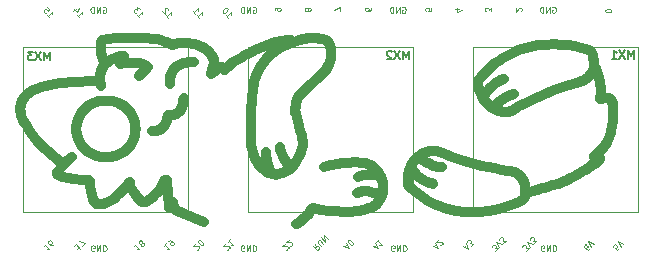
<source format=gbr>
%TF.GenerationSoftware,KiCad,Pcbnew,8.0.4*%
%TF.CreationDate,2025-01-25T23:18:52-05:00*%
%TF.ProjectId,catkeeb_devboard,6361746b-6565-4625-9f64-6576626f6172,rev?*%
%TF.SameCoordinates,Original*%
%TF.FileFunction,Legend,Bot*%
%TF.FilePolarity,Positive*%
%FSLAX46Y46*%
G04 Gerber Fmt 4.6, Leading zero omitted, Abs format (unit mm)*
G04 Created by KiCad (PCBNEW 8.0.4) date 2025-01-25 23:18:52*
%MOMM*%
%LPD*%
G01*
G04 APERTURE LIST*
%ADD10C,0.100000*%
%ADD11C,0.812799*%
%ADD12C,0.150000*%
%ADD13C,0.120000*%
G04 APERTURE END LIST*
D10*
X45836741Y-65392580D02*
X45789122Y-65416390D01*
X45789122Y-65416390D02*
X45717693Y-65416390D01*
X45717693Y-65416390D02*
X45646265Y-65392580D01*
X45646265Y-65392580D02*
X45598646Y-65344961D01*
X45598646Y-65344961D02*
X45574836Y-65297342D01*
X45574836Y-65297342D02*
X45551027Y-65202104D01*
X45551027Y-65202104D02*
X45551027Y-65130676D01*
X45551027Y-65130676D02*
X45574836Y-65035438D01*
X45574836Y-65035438D02*
X45598646Y-64987819D01*
X45598646Y-64987819D02*
X45646265Y-64940200D01*
X45646265Y-64940200D02*
X45717693Y-64916390D01*
X45717693Y-64916390D02*
X45765312Y-64916390D01*
X45765312Y-64916390D02*
X45836741Y-64940200D01*
X45836741Y-64940200D02*
X45860550Y-64964009D01*
X45860550Y-64964009D02*
X45860550Y-65130676D01*
X45860550Y-65130676D02*
X45765312Y-65130676D01*
X46074836Y-64916390D02*
X46074836Y-65416390D01*
X46074836Y-65416390D02*
X46360550Y-64916390D01*
X46360550Y-64916390D02*
X46360550Y-65416390D01*
X46598646Y-64916390D02*
X46598646Y-65416390D01*
X46598646Y-65416390D02*
X46717694Y-65416390D01*
X46717694Y-65416390D02*
X46789122Y-65392580D01*
X46789122Y-65392580D02*
X46836741Y-65344961D01*
X46836741Y-65344961D02*
X46860551Y-65297342D01*
X46860551Y-65297342D02*
X46884360Y-65202104D01*
X46884360Y-65202104D02*
X46884360Y-65130676D01*
X46884360Y-65130676D02*
X46860551Y-65035438D01*
X46860551Y-65035438D02*
X46836741Y-64987819D01*
X46836741Y-64987819D02*
X46789122Y-64940200D01*
X46789122Y-64940200D02*
X46717694Y-64916390D01*
X46717694Y-64916390D02*
X46598646Y-64916390D01*
X58506741Y-65392580D02*
X58459122Y-65416390D01*
X58459122Y-65416390D02*
X58387693Y-65416390D01*
X58387693Y-65416390D02*
X58316265Y-65392580D01*
X58316265Y-65392580D02*
X58268646Y-65344961D01*
X58268646Y-65344961D02*
X58244836Y-65297342D01*
X58244836Y-65297342D02*
X58221027Y-65202104D01*
X58221027Y-65202104D02*
X58221027Y-65130676D01*
X58221027Y-65130676D02*
X58244836Y-65035438D01*
X58244836Y-65035438D02*
X58268646Y-64987819D01*
X58268646Y-64987819D02*
X58316265Y-64940200D01*
X58316265Y-64940200D02*
X58387693Y-64916390D01*
X58387693Y-64916390D02*
X58435312Y-64916390D01*
X58435312Y-64916390D02*
X58506741Y-64940200D01*
X58506741Y-64940200D02*
X58530550Y-64964009D01*
X58530550Y-64964009D02*
X58530550Y-65130676D01*
X58530550Y-65130676D02*
X58435312Y-65130676D01*
X58744836Y-64916390D02*
X58744836Y-65416390D01*
X58744836Y-65416390D02*
X59030550Y-64916390D01*
X59030550Y-64916390D02*
X59030550Y-65416390D01*
X59268646Y-64916390D02*
X59268646Y-65416390D01*
X59268646Y-65416390D02*
X59387694Y-65416390D01*
X59387694Y-65416390D02*
X59459122Y-65392580D01*
X59459122Y-65392580D02*
X59506741Y-65344961D01*
X59506741Y-65344961D02*
X59530551Y-65297342D01*
X59530551Y-65297342D02*
X59554360Y-65202104D01*
X59554360Y-65202104D02*
X59554360Y-65130676D01*
X59554360Y-65130676D02*
X59530551Y-65035438D01*
X59530551Y-65035438D02*
X59506741Y-64987819D01*
X59506741Y-64987819D02*
X59459122Y-64940200D01*
X59459122Y-64940200D02*
X59387694Y-64916390D01*
X59387694Y-64916390D02*
X59268646Y-64916390D01*
X71236741Y-65392580D02*
X71189122Y-65416390D01*
X71189122Y-65416390D02*
X71117693Y-65416390D01*
X71117693Y-65416390D02*
X71046265Y-65392580D01*
X71046265Y-65392580D02*
X70998646Y-65344961D01*
X70998646Y-65344961D02*
X70974836Y-65297342D01*
X70974836Y-65297342D02*
X70951027Y-65202104D01*
X70951027Y-65202104D02*
X70951027Y-65130676D01*
X70951027Y-65130676D02*
X70974836Y-65035438D01*
X70974836Y-65035438D02*
X70998646Y-64987819D01*
X70998646Y-64987819D02*
X71046265Y-64940200D01*
X71046265Y-64940200D02*
X71117693Y-64916390D01*
X71117693Y-64916390D02*
X71165312Y-64916390D01*
X71165312Y-64916390D02*
X71236741Y-64940200D01*
X71236741Y-64940200D02*
X71260550Y-64964009D01*
X71260550Y-64964009D02*
X71260550Y-65130676D01*
X71260550Y-65130676D02*
X71165312Y-65130676D01*
X71474836Y-64916390D02*
X71474836Y-65416390D01*
X71474836Y-65416390D02*
X71760550Y-64916390D01*
X71760550Y-64916390D02*
X71760550Y-65416390D01*
X71998646Y-64916390D02*
X71998646Y-65416390D01*
X71998646Y-65416390D02*
X72117694Y-65416390D01*
X72117694Y-65416390D02*
X72189122Y-65392580D01*
X72189122Y-65392580D02*
X72236741Y-65344961D01*
X72236741Y-65344961D02*
X72260551Y-65297342D01*
X72260551Y-65297342D02*
X72284360Y-65202104D01*
X72284360Y-65202104D02*
X72284360Y-65130676D01*
X72284360Y-65130676D02*
X72260551Y-65035438D01*
X72260551Y-65035438D02*
X72236741Y-64987819D01*
X72236741Y-64987819D02*
X72189122Y-64940200D01*
X72189122Y-64940200D02*
X72117694Y-64916390D01*
X72117694Y-64916390D02*
X71998646Y-64916390D01*
X83926741Y-65392580D02*
X83879122Y-65416390D01*
X83879122Y-65416390D02*
X83807693Y-65416390D01*
X83807693Y-65416390D02*
X83736265Y-65392580D01*
X83736265Y-65392580D02*
X83688646Y-65344961D01*
X83688646Y-65344961D02*
X83664836Y-65297342D01*
X83664836Y-65297342D02*
X83641027Y-65202104D01*
X83641027Y-65202104D02*
X83641027Y-65130676D01*
X83641027Y-65130676D02*
X83664836Y-65035438D01*
X83664836Y-65035438D02*
X83688646Y-64987819D01*
X83688646Y-64987819D02*
X83736265Y-64940200D01*
X83736265Y-64940200D02*
X83807693Y-64916390D01*
X83807693Y-64916390D02*
X83855312Y-64916390D01*
X83855312Y-64916390D02*
X83926741Y-64940200D01*
X83926741Y-64940200D02*
X83950550Y-64964009D01*
X83950550Y-64964009D02*
X83950550Y-65130676D01*
X83950550Y-65130676D02*
X83855312Y-65130676D01*
X84164836Y-64916390D02*
X84164836Y-65416390D01*
X84164836Y-65416390D02*
X84450550Y-64916390D01*
X84450550Y-64916390D02*
X84450550Y-65416390D01*
X84688646Y-64916390D02*
X84688646Y-65416390D01*
X84688646Y-65416390D02*
X84807694Y-65416390D01*
X84807694Y-65416390D02*
X84879122Y-65392580D01*
X84879122Y-65392580D02*
X84926741Y-65344961D01*
X84926741Y-65344961D02*
X84950551Y-65297342D01*
X84950551Y-65297342D02*
X84974360Y-65202104D01*
X84974360Y-65202104D02*
X84974360Y-65130676D01*
X84974360Y-65130676D02*
X84950551Y-65035438D01*
X84950551Y-65035438D02*
X84926741Y-64987819D01*
X84926741Y-64987819D02*
X84879122Y-64940200D01*
X84879122Y-64940200D02*
X84807694Y-64916390D01*
X84807694Y-64916390D02*
X84688646Y-64916390D01*
X46563258Y-44757419D02*
X46610877Y-44733609D01*
X46610877Y-44733609D02*
X46682306Y-44733609D01*
X46682306Y-44733609D02*
X46753734Y-44757419D01*
X46753734Y-44757419D02*
X46801353Y-44805038D01*
X46801353Y-44805038D02*
X46825163Y-44852657D01*
X46825163Y-44852657D02*
X46848972Y-44947895D01*
X46848972Y-44947895D02*
X46848972Y-45019323D01*
X46848972Y-45019323D02*
X46825163Y-45114561D01*
X46825163Y-45114561D02*
X46801353Y-45162180D01*
X46801353Y-45162180D02*
X46753734Y-45209800D01*
X46753734Y-45209800D02*
X46682306Y-45233609D01*
X46682306Y-45233609D02*
X46634687Y-45233609D01*
X46634687Y-45233609D02*
X46563258Y-45209800D01*
X46563258Y-45209800D02*
X46539449Y-45185990D01*
X46539449Y-45185990D02*
X46539449Y-45019323D01*
X46539449Y-45019323D02*
X46634687Y-45019323D01*
X46325163Y-45233609D02*
X46325163Y-44733609D01*
X46325163Y-44733609D02*
X46039449Y-45233609D01*
X46039449Y-45233609D02*
X46039449Y-44733609D01*
X45801353Y-45233609D02*
X45801353Y-44733609D01*
X45801353Y-44733609D02*
X45682305Y-44733609D01*
X45682305Y-44733609D02*
X45610877Y-44757419D01*
X45610877Y-44757419D02*
X45563258Y-44805038D01*
X45563258Y-44805038D02*
X45539448Y-44852657D01*
X45539448Y-44852657D02*
X45515639Y-44947895D01*
X45515639Y-44947895D02*
X45515639Y-45019323D01*
X45515639Y-45019323D02*
X45539448Y-45114561D01*
X45539448Y-45114561D02*
X45563258Y-45162180D01*
X45563258Y-45162180D02*
X45610877Y-45209800D01*
X45610877Y-45209800D02*
X45682305Y-45233609D01*
X45682305Y-45233609D02*
X45801353Y-45233609D01*
X59283258Y-44757419D02*
X59330877Y-44733609D01*
X59330877Y-44733609D02*
X59402306Y-44733609D01*
X59402306Y-44733609D02*
X59473734Y-44757419D01*
X59473734Y-44757419D02*
X59521353Y-44805038D01*
X59521353Y-44805038D02*
X59545163Y-44852657D01*
X59545163Y-44852657D02*
X59568972Y-44947895D01*
X59568972Y-44947895D02*
X59568972Y-45019323D01*
X59568972Y-45019323D02*
X59545163Y-45114561D01*
X59545163Y-45114561D02*
X59521353Y-45162180D01*
X59521353Y-45162180D02*
X59473734Y-45209800D01*
X59473734Y-45209800D02*
X59402306Y-45233609D01*
X59402306Y-45233609D02*
X59354687Y-45233609D01*
X59354687Y-45233609D02*
X59283258Y-45209800D01*
X59283258Y-45209800D02*
X59259449Y-45185990D01*
X59259449Y-45185990D02*
X59259449Y-45019323D01*
X59259449Y-45019323D02*
X59354687Y-45019323D01*
X59045163Y-45233609D02*
X59045163Y-44733609D01*
X59045163Y-44733609D02*
X58759449Y-45233609D01*
X58759449Y-45233609D02*
X58759449Y-44733609D01*
X58521353Y-45233609D02*
X58521353Y-44733609D01*
X58521353Y-44733609D02*
X58402305Y-44733609D01*
X58402305Y-44733609D02*
X58330877Y-44757419D01*
X58330877Y-44757419D02*
X58283258Y-44805038D01*
X58283258Y-44805038D02*
X58259448Y-44852657D01*
X58259448Y-44852657D02*
X58235639Y-44947895D01*
X58235639Y-44947895D02*
X58235639Y-45019323D01*
X58235639Y-45019323D02*
X58259448Y-45114561D01*
X58259448Y-45114561D02*
X58283258Y-45162180D01*
X58283258Y-45162180D02*
X58330877Y-45209800D01*
X58330877Y-45209800D02*
X58402305Y-45233609D01*
X58402305Y-45233609D02*
X58521353Y-45233609D01*
X71923258Y-44757419D02*
X71970877Y-44733609D01*
X71970877Y-44733609D02*
X72042306Y-44733609D01*
X72042306Y-44733609D02*
X72113734Y-44757419D01*
X72113734Y-44757419D02*
X72161353Y-44805038D01*
X72161353Y-44805038D02*
X72185163Y-44852657D01*
X72185163Y-44852657D02*
X72208972Y-44947895D01*
X72208972Y-44947895D02*
X72208972Y-45019323D01*
X72208972Y-45019323D02*
X72185163Y-45114561D01*
X72185163Y-45114561D02*
X72161353Y-45162180D01*
X72161353Y-45162180D02*
X72113734Y-45209800D01*
X72113734Y-45209800D02*
X72042306Y-45233609D01*
X72042306Y-45233609D02*
X71994687Y-45233609D01*
X71994687Y-45233609D02*
X71923258Y-45209800D01*
X71923258Y-45209800D02*
X71899449Y-45185990D01*
X71899449Y-45185990D02*
X71899449Y-45019323D01*
X71899449Y-45019323D02*
X71994687Y-45019323D01*
X71685163Y-45233609D02*
X71685163Y-44733609D01*
X71685163Y-44733609D02*
X71399449Y-45233609D01*
X71399449Y-45233609D02*
X71399449Y-44733609D01*
X71161353Y-45233609D02*
X71161353Y-44733609D01*
X71161353Y-44733609D02*
X71042305Y-44733609D01*
X71042305Y-44733609D02*
X70970877Y-44757419D01*
X70970877Y-44757419D02*
X70923258Y-44805038D01*
X70923258Y-44805038D02*
X70899448Y-44852657D01*
X70899448Y-44852657D02*
X70875639Y-44947895D01*
X70875639Y-44947895D02*
X70875639Y-45019323D01*
X70875639Y-45019323D02*
X70899448Y-45114561D01*
X70899448Y-45114561D02*
X70923258Y-45162180D01*
X70923258Y-45162180D02*
X70970877Y-45209800D01*
X70970877Y-45209800D02*
X71042305Y-45233609D01*
X71042305Y-45233609D02*
X71161353Y-45233609D01*
X84633258Y-44747419D02*
X84680877Y-44723609D01*
X84680877Y-44723609D02*
X84752306Y-44723609D01*
X84752306Y-44723609D02*
X84823734Y-44747419D01*
X84823734Y-44747419D02*
X84871353Y-44795038D01*
X84871353Y-44795038D02*
X84895163Y-44842657D01*
X84895163Y-44842657D02*
X84918972Y-44937895D01*
X84918972Y-44937895D02*
X84918972Y-45009323D01*
X84918972Y-45009323D02*
X84895163Y-45104561D01*
X84895163Y-45104561D02*
X84871353Y-45152180D01*
X84871353Y-45152180D02*
X84823734Y-45199800D01*
X84823734Y-45199800D02*
X84752306Y-45223609D01*
X84752306Y-45223609D02*
X84704687Y-45223609D01*
X84704687Y-45223609D02*
X84633258Y-45199800D01*
X84633258Y-45199800D02*
X84609449Y-45175990D01*
X84609449Y-45175990D02*
X84609449Y-45009323D01*
X84609449Y-45009323D02*
X84704687Y-45009323D01*
X84395163Y-45223609D02*
X84395163Y-44723609D01*
X84395163Y-44723609D02*
X84109449Y-45223609D01*
X84109449Y-45223609D02*
X84109449Y-44723609D01*
X83871353Y-45223609D02*
X83871353Y-44723609D01*
X83871353Y-44723609D02*
X83752305Y-44723609D01*
X83752305Y-44723609D02*
X83680877Y-44747419D01*
X83680877Y-44747419D02*
X83633258Y-44795038D01*
X83633258Y-44795038D02*
X83609448Y-44842657D01*
X83609448Y-44842657D02*
X83585639Y-44937895D01*
X83585639Y-44937895D02*
X83585639Y-45009323D01*
X83585639Y-45009323D02*
X83609448Y-45104561D01*
X83609448Y-45104561D02*
X83633258Y-45152180D01*
X83633258Y-45152180D02*
X83680877Y-45199800D01*
X83680877Y-45199800D02*
X83752305Y-45223609D01*
X83752305Y-45223609D02*
X83871353Y-45223609D01*
X41752839Y-64781051D02*
X41550808Y-64983081D01*
X41651823Y-64882066D02*
X42005377Y-65235619D01*
X42005377Y-65235619D02*
X41921197Y-65218784D01*
X41921197Y-65218784D02*
X41853854Y-65218784D01*
X41853854Y-65218784D02*
X41803346Y-65235619D01*
X42409437Y-64831559D02*
X42342094Y-64898902D01*
X42342094Y-64898902D02*
X42291586Y-64915738D01*
X42291586Y-64915738D02*
X42257914Y-64915738D01*
X42257914Y-64915738D02*
X42173735Y-64898902D01*
X42173735Y-64898902D02*
X42089556Y-64848395D01*
X42089556Y-64848395D02*
X41954869Y-64713708D01*
X41954869Y-64713708D02*
X41938033Y-64663200D01*
X41938033Y-64663200D02*
X41938033Y-64629528D01*
X41938033Y-64629528D02*
X41954869Y-64579021D01*
X41954869Y-64579021D02*
X42022212Y-64511677D01*
X42022212Y-64511677D02*
X42072720Y-64494841D01*
X42072720Y-64494841D02*
X42106392Y-64494841D01*
X42106392Y-64494841D02*
X42156899Y-64511677D01*
X42156899Y-64511677D02*
X42241079Y-64595856D01*
X42241079Y-64595856D02*
X42257914Y-64646364D01*
X42257914Y-64646364D02*
X42257914Y-64680036D01*
X42257914Y-64680036D02*
X42241079Y-64730544D01*
X42241079Y-64730544D02*
X42173735Y-64797887D01*
X42173735Y-64797887D02*
X42123227Y-64814723D01*
X42123227Y-64814723D02*
X42089556Y-64814723D01*
X42089556Y-64814723D02*
X42039048Y-64797887D01*
X44352839Y-64741051D02*
X44150808Y-64943081D01*
X44251823Y-64842066D02*
X44605377Y-65195619D01*
X44605377Y-65195619D02*
X44521197Y-65178784D01*
X44521197Y-65178784D02*
X44453854Y-65178784D01*
X44453854Y-65178784D02*
X44403346Y-65195619D01*
X44824243Y-64976753D02*
X45059945Y-64741051D01*
X45059945Y-64741051D02*
X44554869Y-64539021D01*
X49412839Y-64781051D02*
X49210808Y-64983081D01*
X49311823Y-64882066D02*
X49665377Y-65235619D01*
X49665377Y-65235619D02*
X49581197Y-65218784D01*
X49581197Y-65218784D02*
X49513854Y-65218784D01*
X49513854Y-65218784D02*
X49463346Y-65235619D01*
X49816899Y-64781051D02*
X49800063Y-64831559D01*
X49800063Y-64831559D02*
X49800063Y-64865231D01*
X49800063Y-64865231D02*
X49816899Y-64915738D01*
X49816899Y-64915738D02*
X49833735Y-64932574D01*
X49833735Y-64932574D02*
X49884243Y-64949410D01*
X49884243Y-64949410D02*
X49917914Y-64949410D01*
X49917914Y-64949410D02*
X49968422Y-64932574D01*
X49968422Y-64932574D02*
X50035766Y-64865231D01*
X50035766Y-64865231D02*
X50052601Y-64814723D01*
X50052601Y-64814723D02*
X50052601Y-64781051D01*
X50052601Y-64781051D02*
X50035766Y-64730544D01*
X50035766Y-64730544D02*
X50018930Y-64713708D01*
X50018930Y-64713708D02*
X49968422Y-64696872D01*
X49968422Y-64696872D02*
X49934750Y-64696872D01*
X49934750Y-64696872D02*
X49884243Y-64713708D01*
X49884243Y-64713708D02*
X49816899Y-64781051D01*
X49816899Y-64781051D02*
X49766392Y-64797887D01*
X49766392Y-64797887D02*
X49732720Y-64797887D01*
X49732720Y-64797887D02*
X49682212Y-64781051D01*
X49682212Y-64781051D02*
X49614869Y-64713708D01*
X49614869Y-64713708D02*
X49598033Y-64663200D01*
X49598033Y-64663200D02*
X49598033Y-64629528D01*
X49598033Y-64629528D02*
X49614869Y-64579021D01*
X49614869Y-64579021D02*
X49682212Y-64511677D01*
X49682212Y-64511677D02*
X49732720Y-64494841D01*
X49732720Y-64494841D02*
X49766392Y-64494841D01*
X49766392Y-64494841D02*
X49816899Y-64511677D01*
X49816899Y-64511677D02*
X49884243Y-64579021D01*
X49884243Y-64579021D02*
X49901079Y-64629528D01*
X49901079Y-64629528D02*
X49901079Y-64663200D01*
X49901079Y-64663200D02*
X49884243Y-64713708D01*
X51932839Y-64751051D02*
X51730808Y-64953081D01*
X51831823Y-64852066D02*
X52185377Y-65205619D01*
X52185377Y-65205619D02*
X52101197Y-65188784D01*
X52101197Y-65188784D02*
X52033854Y-65188784D01*
X52033854Y-65188784D02*
X51983346Y-65205619D01*
X52101197Y-64582692D02*
X52168540Y-64515349D01*
X52168540Y-64515349D02*
X52219048Y-64498513D01*
X52219048Y-64498513D02*
X52252720Y-64498513D01*
X52252720Y-64498513D02*
X52336899Y-64515349D01*
X52336899Y-64515349D02*
X52421079Y-64565856D01*
X52421079Y-64565856D02*
X52555766Y-64700544D01*
X52555766Y-64700544D02*
X52572601Y-64751051D01*
X52572601Y-64751051D02*
X52572601Y-64784723D01*
X52572601Y-64784723D02*
X52555766Y-64835231D01*
X52555766Y-64835231D02*
X52488422Y-64902574D01*
X52488422Y-64902574D02*
X52437914Y-64919410D01*
X52437914Y-64919410D02*
X52404243Y-64919410D01*
X52404243Y-64919410D02*
X52353735Y-64902574D01*
X52353735Y-64902574D02*
X52269556Y-64818395D01*
X52269556Y-64818395D02*
X52252720Y-64767887D01*
X52252720Y-64767887D02*
X52252720Y-64734215D01*
X52252720Y-64734215D02*
X52269556Y-64683708D01*
X52269556Y-64683708D02*
X52336899Y-64616364D01*
X52336899Y-64616364D02*
X52387407Y-64599528D01*
X52387407Y-64599528D02*
X52421079Y-64599528D01*
X52421079Y-64599528D02*
X52471586Y-64616364D01*
X54550690Y-65272963D02*
X54584361Y-65272963D01*
X54584361Y-65272963D02*
X54634869Y-65256127D01*
X54634869Y-65256127D02*
X54719048Y-65171948D01*
X54719048Y-65171948D02*
X54735884Y-65121440D01*
X54735884Y-65121440D02*
X54735884Y-65087768D01*
X54735884Y-65087768D02*
X54719048Y-65037261D01*
X54719048Y-65037261D02*
X54685377Y-65003589D01*
X54685377Y-65003589D02*
X54618033Y-64969917D01*
X54618033Y-64969917D02*
X54213972Y-64969917D01*
X54213972Y-64969917D02*
X54432839Y-64751051D01*
X55005258Y-64885738D02*
X55038930Y-64852066D01*
X55038930Y-64852066D02*
X55055766Y-64801559D01*
X55055766Y-64801559D02*
X55055766Y-64767887D01*
X55055766Y-64767887D02*
X55038930Y-64717379D01*
X55038930Y-64717379D02*
X54988422Y-64633200D01*
X54988422Y-64633200D02*
X54904243Y-64549021D01*
X54904243Y-64549021D02*
X54820063Y-64498513D01*
X54820063Y-64498513D02*
X54769556Y-64481677D01*
X54769556Y-64481677D02*
X54735884Y-64481677D01*
X54735884Y-64481677D02*
X54685376Y-64498513D01*
X54685376Y-64498513D02*
X54651705Y-64532185D01*
X54651705Y-64532185D02*
X54634869Y-64582692D01*
X54634869Y-64582692D02*
X54634869Y-64616364D01*
X54634869Y-64616364D02*
X54651705Y-64666872D01*
X54651705Y-64666872D02*
X54702212Y-64751051D01*
X54702212Y-64751051D02*
X54786392Y-64835231D01*
X54786392Y-64835231D02*
X54870571Y-64885738D01*
X54870571Y-64885738D02*
X54921079Y-64902574D01*
X54921079Y-64902574D02*
X54954750Y-64902574D01*
X54954750Y-64902574D02*
X55005258Y-64885738D01*
X57110690Y-65272963D02*
X57144361Y-65272963D01*
X57144361Y-65272963D02*
X57194869Y-65256127D01*
X57194869Y-65256127D02*
X57279048Y-65171948D01*
X57279048Y-65171948D02*
X57295884Y-65121440D01*
X57295884Y-65121440D02*
X57295884Y-65087768D01*
X57295884Y-65087768D02*
X57279048Y-65037261D01*
X57279048Y-65037261D02*
X57245377Y-65003589D01*
X57245377Y-65003589D02*
X57178033Y-64969917D01*
X57178033Y-64969917D02*
X56773972Y-64969917D01*
X56773972Y-64969917D02*
X56992839Y-64751051D01*
X57329556Y-64414334D02*
X57127525Y-64616364D01*
X57228540Y-64515349D02*
X57582094Y-64868902D01*
X57582094Y-64868902D02*
X57497914Y-64852066D01*
X57497914Y-64852066D02*
X57430571Y-64852066D01*
X57430571Y-64852066D02*
X57380063Y-64868902D01*
X62100690Y-65282963D02*
X62134361Y-65282963D01*
X62134361Y-65282963D02*
X62184869Y-65266127D01*
X62184869Y-65266127D02*
X62269048Y-65181948D01*
X62269048Y-65181948D02*
X62285884Y-65131440D01*
X62285884Y-65131440D02*
X62285884Y-65097768D01*
X62285884Y-65097768D02*
X62269048Y-65047261D01*
X62269048Y-65047261D02*
X62235377Y-65013589D01*
X62235377Y-65013589D02*
X62168033Y-64979917D01*
X62168033Y-64979917D02*
X61763972Y-64979917D01*
X61763972Y-64979917D02*
X61982839Y-64761051D01*
X62437407Y-64946246D02*
X62471079Y-64946246D01*
X62471079Y-64946246D02*
X62521586Y-64929410D01*
X62521586Y-64929410D02*
X62605766Y-64845231D01*
X62605766Y-64845231D02*
X62622601Y-64794723D01*
X62622601Y-64794723D02*
X62622601Y-64761051D01*
X62622601Y-64761051D02*
X62605766Y-64710544D01*
X62605766Y-64710544D02*
X62572094Y-64676872D01*
X62572094Y-64676872D02*
X62504750Y-64643200D01*
X62504750Y-64643200D02*
X62100689Y-64643200D01*
X62100689Y-64643200D02*
X62319556Y-64424334D01*
X64539674Y-64764215D02*
X64590182Y-65050425D01*
X64337644Y-64966245D02*
X64691197Y-65319799D01*
X64691197Y-65319799D02*
X64825884Y-65185112D01*
X64825884Y-65185112D02*
X64842720Y-65134604D01*
X64842720Y-65134604D02*
X64842720Y-65100932D01*
X64842720Y-65100932D02*
X64825884Y-65050425D01*
X64825884Y-65050425D02*
X64775377Y-64999917D01*
X64775377Y-64999917D02*
X64724869Y-64983081D01*
X64724869Y-64983081D02*
X64691197Y-64983081D01*
X64691197Y-64983081D02*
X64640690Y-64999917D01*
X64640690Y-64999917D02*
X64506003Y-65134604D01*
X65044751Y-64966245D02*
X64758541Y-64680036D01*
X64758541Y-64680036D02*
X64741705Y-64629528D01*
X64741705Y-64629528D02*
X64741705Y-64595856D01*
X64741705Y-64595856D02*
X64758541Y-64545349D01*
X64758541Y-64545349D02*
X64825884Y-64478005D01*
X64825884Y-64478005D02*
X64876392Y-64461169D01*
X64876392Y-64461169D02*
X64910064Y-64461169D01*
X64910064Y-64461169D02*
X64960571Y-64478005D01*
X64960571Y-64478005D02*
X65246781Y-64764215D01*
X65061587Y-64242302D02*
X65415140Y-64595856D01*
X65415140Y-64595856D02*
X65263617Y-64040272D01*
X65263617Y-64040272D02*
X65617171Y-64393825D01*
X67041823Y-65004097D02*
X67210182Y-64835738D01*
X66907136Y-64936753D02*
X67378541Y-65172455D01*
X67378541Y-65172455D02*
X67142839Y-64701051D01*
X67681586Y-64869410D02*
X67715258Y-64835738D01*
X67715258Y-64835738D02*
X67732094Y-64785230D01*
X67732094Y-64785230D02*
X67732094Y-64751559D01*
X67732094Y-64751559D02*
X67715258Y-64701051D01*
X67715258Y-64701051D02*
X67664750Y-64616872D01*
X67664750Y-64616872D02*
X67580571Y-64532692D01*
X67580571Y-64532692D02*
X67496392Y-64482185D01*
X67496392Y-64482185D02*
X67445884Y-64465349D01*
X67445884Y-64465349D02*
X67412212Y-64465349D01*
X67412212Y-64465349D02*
X67361705Y-64482185D01*
X67361705Y-64482185D02*
X67328033Y-64515856D01*
X67328033Y-64515856D02*
X67311197Y-64566364D01*
X67311197Y-64566364D02*
X67311197Y-64600036D01*
X67311197Y-64600036D02*
X67328033Y-64650543D01*
X67328033Y-64650543D02*
X67378540Y-64734723D01*
X67378540Y-64734723D02*
X67462720Y-64818902D01*
X67462720Y-64818902D02*
X67546899Y-64869410D01*
X67546899Y-64869410D02*
X67597407Y-64886246D01*
X67597407Y-64886246D02*
X67631079Y-64886246D01*
X67631079Y-64886246D02*
X67681586Y-64869410D01*
X69531823Y-65014097D02*
X69700182Y-64845738D01*
X69397136Y-64946753D02*
X69868541Y-65182455D01*
X69868541Y-65182455D02*
X69632839Y-64711051D01*
X69935884Y-64408005D02*
X69733853Y-64610036D01*
X69834869Y-64509021D02*
X70188422Y-64862574D01*
X70188422Y-64862574D02*
X70104243Y-64845738D01*
X70104243Y-64845738D02*
X70036899Y-64845738D01*
X70036899Y-64845738D02*
X69986392Y-64862574D01*
X74621823Y-65004097D02*
X74790182Y-64835738D01*
X74487136Y-64936753D02*
X74958541Y-65172455D01*
X74958541Y-65172455D02*
X74722839Y-64701051D01*
X75143735Y-64919917D02*
X75177407Y-64919917D01*
X75177407Y-64919917D02*
X75227914Y-64903082D01*
X75227914Y-64903082D02*
X75312094Y-64818902D01*
X75312094Y-64818902D02*
X75328930Y-64768395D01*
X75328930Y-64768395D02*
X75328930Y-64734723D01*
X75328930Y-64734723D02*
X75312094Y-64684215D01*
X75312094Y-64684215D02*
X75278422Y-64650543D01*
X75278422Y-64650543D02*
X75211079Y-64616872D01*
X75211079Y-64616872D02*
X74807018Y-64616872D01*
X74807018Y-64616872D02*
X75025884Y-64398005D01*
X77171823Y-65024097D02*
X77340182Y-64855738D01*
X77037136Y-64956753D02*
X77508541Y-65192455D01*
X77508541Y-65192455D02*
X77272839Y-64721051D01*
X77710571Y-64990425D02*
X77929437Y-64771559D01*
X77929437Y-64771559D02*
X77676899Y-64754723D01*
X77676899Y-64754723D02*
X77727407Y-64704215D01*
X77727407Y-64704215D02*
X77744243Y-64653708D01*
X77744243Y-64653708D02*
X77744243Y-64620036D01*
X77744243Y-64620036D02*
X77727407Y-64569528D01*
X77727407Y-64569528D02*
X77643227Y-64485349D01*
X77643227Y-64485349D02*
X77592720Y-64468513D01*
X77592720Y-64468513D02*
X77559048Y-64468513D01*
X77559048Y-64468513D02*
X77508540Y-64485349D01*
X77508540Y-64485349D02*
X77407525Y-64586364D01*
X77407525Y-64586364D02*
X77390689Y-64636872D01*
X77390689Y-64636872D02*
X77390689Y-64670543D01*
X79807526Y-65393471D02*
X80026392Y-65174604D01*
X80026392Y-65174604D02*
X79773854Y-65157768D01*
X79773854Y-65157768D02*
X79824361Y-65107261D01*
X79824361Y-65107261D02*
X79841197Y-65056753D01*
X79841197Y-65056753D02*
X79841197Y-65023081D01*
X79841197Y-65023081D02*
X79824361Y-64972574D01*
X79824361Y-64972574D02*
X79740182Y-64888394D01*
X79740182Y-64888394D02*
X79689674Y-64871558D01*
X79689674Y-64871558D02*
X79656003Y-64871558D01*
X79656003Y-64871558D02*
X79605495Y-64888394D01*
X79605495Y-64888394D02*
X79504480Y-64989410D01*
X79504480Y-64989410D02*
X79487644Y-65039917D01*
X79487644Y-65039917D02*
X79487644Y-65073589D01*
X80127407Y-65073589D02*
X79891705Y-64602185D01*
X79891705Y-64602185D02*
X80363109Y-64837887D01*
X80447288Y-64753708D02*
X80666155Y-64534842D01*
X80666155Y-64534842D02*
X80413616Y-64518006D01*
X80413616Y-64518006D02*
X80464124Y-64467498D01*
X80464124Y-64467498D02*
X80480960Y-64416990D01*
X80480960Y-64416990D02*
X80480960Y-64383319D01*
X80480960Y-64383319D02*
X80464124Y-64332811D01*
X80464124Y-64332811D02*
X80379945Y-64248632D01*
X80379945Y-64248632D02*
X80329437Y-64231796D01*
X80329437Y-64231796D02*
X80295765Y-64231796D01*
X80295765Y-64231796D02*
X80245258Y-64248632D01*
X80245258Y-64248632D02*
X80144242Y-64349647D01*
X80144242Y-64349647D02*
X80127407Y-64400155D01*
X80127407Y-64400155D02*
X80127407Y-64433826D01*
X82397526Y-65393471D02*
X82616392Y-65174604D01*
X82616392Y-65174604D02*
X82363854Y-65157768D01*
X82363854Y-65157768D02*
X82414361Y-65107261D01*
X82414361Y-65107261D02*
X82431197Y-65056753D01*
X82431197Y-65056753D02*
X82431197Y-65023081D01*
X82431197Y-65023081D02*
X82414361Y-64972574D01*
X82414361Y-64972574D02*
X82330182Y-64888394D01*
X82330182Y-64888394D02*
X82279674Y-64871558D01*
X82279674Y-64871558D02*
X82246003Y-64871558D01*
X82246003Y-64871558D02*
X82195495Y-64888394D01*
X82195495Y-64888394D02*
X82094480Y-64989410D01*
X82094480Y-64989410D02*
X82077644Y-65039917D01*
X82077644Y-65039917D02*
X82077644Y-65073589D01*
X82717407Y-65073589D02*
X82481705Y-64602185D01*
X82481705Y-64602185D02*
X82953109Y-64837887D01*
X83037288Y-64753708D02*
X83256155Y-64534842D01*
X83256155Y-64534842D02*
X83003616Y-64518006D01*
X83003616Y-64518006D02*
X83054124Y-64467498D01*
X83054124Y-64467498D02*
X83070960Y-64416990D01*
X83070960Y-64416990D02*
X83070960Y-64383319D01*
X83070960Y-64383319D02*
X83054124Y-64332811D01*
X83054124Y-64332811D02*
X82969945Y-64248632D01*
X82969945Y-64248632D02*
X82919437Y-64231796D01*
X82919437Y-64231796D02*
X82885765Y-64231796D01*
X82885765Y-64231796D02*
X82835258Y-64248632D01*
X82835258Y-64248632D02*
X82734242Y-64349647D01*
X82734242Y-64349647D02*
X82717407Y-64400155D01*
X82717407Y-64400155D02*
X82717407Y-64433826D01*
X87779556Y-65161440D02*
X87611197Y-65329799D01*
X87611197Y-65329799D02*
X87426003Y-65178276D01*
X87426003Y-65178276D02*
X87459674Y-65178276D01*
X87459674Y-65178276D02*
X87510182Y-65161440D01*
X87510182Y-65161440D02*
X87594361Y-65077261D01*
X87594361Y-65077261D02*
X87611197Y-65026753D01*
X87611197Y-65026753D02*
X87611197Y-64993081D01*
X87611197Y-64993081D02*
X87594361Y-64942574D01*
X87594361Y-64942574D02*
X87510182Y-64858394D01*
X87510182Y-64858394D02*
X87459674Y-64841558D01*
X87459674Y-64841558D02*
X87426003Y-64841558D01*
X87426003Y-64841558D02*
X87375495Y-64858394D01*
X87375495Y-64858394D02*
X87291316Y-64942574D01*
X87291316Y-64942574D02*
X87274480Y-64993081D01*
X87274480Y-64993081D02*
X87274480Y-65026753D01*
X87897407Y-65043589D02*
X87661705Y-64572185D01*
X87661705Y-64572185D02*
X88133109Y-64807887D01*
X90279556Y-65161440D02*
X90111197Y-65329799D01*
X90111197Y-65329799D02*
X89926003Y-65178276D01*
X89926003Y-65178276D02*
X89959674Y-65178276D01*
X89959674Y-65178276D02*
X90010182Y-65161440D01*
X90010182Y-65161440D02*
X90094361Y-65077261D01*
X90094361Y-65077261D02*
X90111197Y-65026753D01*
X90111197Y-65026753D02*
X90111197Y-64993081D01*
X90111197Y-64993081D02*
X90094361Y-64942574D01*
X90094361Y-64942574D02*
X90010182Y-64858394D01*
X90010182Y-64858394D02*
X89959674Y-64841558D01*
X89959674Y-64841558D02*
X89926003Y-64841558D01*
X89926003Y-64841558D02*
X89875495Y-64858394D01*
X89875495Y-64858394D02*
X89791316Y-64942574D01*
X89791316Y-64942574D02*
X89774480Y-64993081D01*
X89774480Y-64993081D02*
X89774480Y-65026753D01*
X90397407Y-65043589D02*
X90161705Y-64572185D01*
X90161705Y-64572185D02*
X90633109Y-64807887D01*
X41841051Y-45397160D02*
X42043081Y-45599191D01*
X41942066Y-45498176D02*
X42295619Y-45144622D01*
X42295619Y-45144622D02*
X42278784Y-45228802D01*
X42278784Y-45228802D02*
X42278784Y-45296145D01*
X42278784Y-45296145D02*
X42295619Y-45346653D01*
X41874723Y-44723726D02*
X42043082Y-44892085D01*
X42043082Y-44892085D02*
X41891559Y-45077279D01*
X41891559Y-45077279D02*
X41891559Y-45043607D01*
X41891559Y-45043607D02*
X41874723Y-44993100D01*
X41874723Y-44993100D02*
X41790544Y-44908920D01*
X41790544Y-44908920D02*
X41740036Y-44892085D01*
X41740036Y-44892085D02*
X41706364Y-44892085D01*
X41706364Y-44892085D02*
X41655856Y-44908920D01*
X41655856Y-44908920D02*
X41571677Y-44993100D01*
X41571677Y-44993100D02*
X41554841Y-45043607D01*
X41554841Y-45043607D02*
X41554841Y-45077279D01*
X41554841Y-45077279D02*
X41571677Y-45127787D01*
X41571677Y-45127787D02*
X41655856Y-45211966D01*
X41655856Y-45211966D02*
X41706364Y-45228802D01*
X41706364Y-45228802D02*
X41740036Y-45228802D01*
X44361051Y-45417160D02*
X44563081Y-45619191D01*
X44462066Y-45518176D02*
X44815619Y-45164622D01*
X44815619Y-45164622D02*
X44798784Y-45248802D01*
X44798784Y-45248802D02*
X44798784Y-45316145D01*
X44798784Y-45316145D02*
X44815619Y-45366653D01*
X44293708Y-44878413D02*
X44058005Y-45114115D01*
X44512574Y-44827905D02*
X44344215Y-45164623D01*
X44344215Y-45164623D02*
X44125349Y-44945756D01*
X49461051Y-45417160D02*
X49663081Y-45619191D01*
X49562066Y-45518176D02*
X49915619Y-45164622D01*
X49915619Y-45164622D02*
X49898784Y-45248802D01*
X49898784Y-45248802D02*
X49898784Y-45316145D01*
X49898784Y-45316145D02*
X49915619Y-45366653D01*
X49696753Y-44945756D02*
X49477887Y-44726890D01*
X49477887Y-44726890D02*
X49461051Y-44979428D01*
X49461051Y-44979428D02*
X49410544Y-44928920D01*
X49410544Y-44928920D02*
X49360036Y-44912085D01*
X49360036Y-44912085D02*
X49326364Y-44912085D01*
X49326364Y-44912085D02*
X49275856Y-44928920D01*
X49275856Y-44928920D02*
X49191677Y-45013100D01*
X49191677Y-45013100D02*
X49174841Y-45063607D01*
X49174841Y-45063607D02*
X49174841Y-45097279D01*
X49174841Y-45097279D02*
X49191677Y-45147787D01*
X49191677Y-45147787D02*
X49292692Y-45248802D01*
X49292692Y-45248802D02*
X49343200Y-45265638D01*
X49343200Y-45265638D02*
X49376872Y-45265638D01*
X51911051Y-45427160D02*
X52113081Y-45629191D01*
X52012066Y-45528176D02*
X52365619Y-45174622D01*
X52365619Y-45174622D02*
X52348784Y-45258802D01*
X52348784Y-45258802D02*
X52348784Y-45326145D01*
X52348784Y-45326145D02*
X52365619Y-45376653D01*
X52096246Y-44972592D02*
X52096246Y-44938920D01*
X52096246Y-44938920D02*
X52079410Y-44888413D01*
X52079410Y-44888413D02*
X51995231Y-44804233D01*
X51995231Y-44804233D02*
X51944723Y-44787398D01*
X51944723Y-44787398D02*
X51911051Y-44787398D01*
X51911051Y-44787398D02*
X51860544Y-44804233D01*
X51860544Y-44804233D02*
X51826872Y-44837905D01*
X51826872Y-44837905D02*
X51793200Y-44905249D01*
X51793200Y-44905249D02*
X51793200Y-45309310D01*
X51793200Y-45309310D02*
X51574334Y-45090443D01*
X54521051Y-45427160D02*
X54723081Y-45629191D01*
X54622066Y-45528176D02*
X54975619Y-45174622D01*
X54975619Y-45174622D02*
X54958784Y-45258802D01*
X54958784Y-45258802D02*
X54958784Y-45326145D01*
X54958784Y-45326145D02*
X54975619Y-45376653D01*
X54184334Y-45090443D02*
X54386364Y-45292474D01*
X54285349Y-45191459D02*
X54638902Y-44837905D01*
X54638902Y-44837905D02*
X54622066Y-44922085D01*
X54622066Y-44922085D02*
X54622066Y-44989428D01*
X54622066Y-44989428D02*
X54638902Y-45039936D01*
X56971051Y-45427160D02*
X57173081Y-45629191D01*
X57072066Y-45528176D02*
X57425619Y-45174622D01*
X57425619Y-45174622D02*
X57408784Y-45258802D01*
X57408784Y-45258802D02*
X57408784Y-45326145D01*
X57408784Y-45326145D02*
X57425619Y-45376653D01*
X57105738Y-44854741D02*
X57072066Y-44821069D01*
X57072066Y-44821069D02*
X57021559Y-44804233D01*
X57021559Y-44804233D02*
X56987887Y-44804233D01*
X56987887Y-44804233D02*
X56937379Y-44821069D01*
X56937379Y-44821069D02*
X56853200Y-44871577D01*
X56853200Y-44871577D02*
X56769021Y-44955756D01*
X56769021Y-44955756D02*
X56718513Y-45039936D01*
X56718513Y-45039936D02*
X56701677Y-45090443D01*
X56701677Y-45090443D02*
X56701677Y-45124115D01*
X56701677Y-45124115D02*
X56718513Y-45174623D01*
X56718513Y-45174623D02*
X56752185Y-45208294D01*
X56752185Y-45208294D02*
X56802692Y-45225130D01*
X56802692Y-45225130D02*
X56836364Y-45225130D01*
X56836364Y-45225130D02*
X56886872Y-45208294D01*
X56886872Y-45208294D02*
X56971051Y-45157787D01*
X56971051Y-45157787D02*
X57055231Y-45073607D01*
X57055231Y-45073607D02*
X57105738Y-44989428D01*
X57105738Y-44989428D02*
X57122574Y-44938920D01*
X57122574Y-44938920D02*
X57122574Y-44905249D01*
X57122574Y-44905249D02*
X57105738Y-44854741D01*
X61116390Y-45021353D02*
X61116390Y-44926115D01*
X61116390Y-44926115D02*
X61140200Y-44878496D01*
X61140200Y-44878496D02*
X61164009Y-44854687D01*
X61164009Y-44854687D02*
X61235438Y-44807068D01*
X61235438Y-44807068D02*
X61330676Y-44783258D01*
X61330676Y-44783258D02*
X61521152Y-44783258D01*
X61521152Y-44783258D02*
X61568771Y-44807068D01*
X61568771Y-44807068D02*
X61592580Y-44830877D01*
X61592580Y-44830877D02*
X61616390Y-44878496D01*
X61616390Y-44878496D02*
X61616390Y-44973734D01*
X61616390Y-44973734D02*
X61592580Y-45021353D01*
X61592580Y-45021353D02*
X61568771Y-45045163D01*
X61568771Y-45045163D02*
X61521152Y-45068972D01*
X61521152Y-45068972D02*
X61402104Y-45068972D01*
X61402104Y-45068972D02*
X61354485Y-45045163D01*
X61354485Y-45045163D02*
X61330676Y-45021353D01*
X61330676Y-45021353D02*
X61306866Y-44973734D01*
X61306866Y-44973734D02*
X61306866Y-44878496D01*
X61306866Y-44878496D02*
X61330676Y-44830877D01*
X61330676Y-44830877D02*
X61354485Y-44807068D01*
X61354485Y-44807068D02*
X61402104Y-44783258D01*
X63952104Y-44973734D02*
X63975914Y-45021353D01*
X63975914Y-45021353D02*
X63999723Y-45045163D01*
X63999723Y-45045163D02*
X64047342Y-45068972D01*
X64047342Y-45068972D02*
X64071152Y-45068972D01*
X64071152Y-45068972D02*
X64118771Y-45045163D01*
X64118771Y-45045163D02*
X64142580Y-45021353D01*
X64142580Y-45021353D02*
X64166390Y-44973734D01*
X64166390Y-44973734D02*
X64166390Y-44878496D01*
X64166390Y-44878496D02*
X64142580Y-44830877D01*
X64142580Y-44830877D02*
X64118771Y-44807068D01*
X64118771Y-44807068D02*
X64071152Y-44783258D01*
X64071152Y-44783258D02*
X64047342Y-44783258D01*
X64047342Y-44783258D02*
X63999723Y-44807068D01*
X63999723Y-44807068D02*
X63975914Y-44830877D01*
X63975914Y-44830877D02*
X63952104Y-44878496D01*
X63952104Y-44878496D02*
X63952104Y-44973734D01*
X63952104Y-44973734D02*
X63928295Y-45021353D01*
X63928295Y-45021353D02*
X63904485Y-45045163D01*
X63904485Y-45045163D02*
X63856866Y-45068972D01*
X63856866Y-45068972D02*
X63761628Y-45068972D01*
X63761628Y-45068972D02*
X63714009Y-45045163D01*
X63714009Y-45045163D02*
X63690200Y-45021353D01*
X63690200Y-45021353D02*
X63666390Y-44973734D01*
X63666390Y-44973734D02*
X63666390Y-44878496D01*
X63666390Y-44878496D02*
X63690200Y-44830877D01*
X63690200Y-44830877D02*
X63714009Y-44807068D01*
X63714009Y-44807068D02*
X63761628Y-44783258D01*
X63761628Y-44783258D02*
X63856866Y-44783258D01*
X63856866Y-44783258D02*
X63904485Y-44807068D01*
X63904485Y-44807068D02*
X63928295Y-44830877D01*
X63928295Y-44830877D02*
X63952104Y-44878496D01*
X66616390Y-45092782D02*
X66616390Y-44759449D01*
X66616390Y-44759449D02*
X66116390Y-44973734D01*
X69266390Y-44830877D02*
X69266390Y-44926115D01*
X69266390Y-44926115D02*
X69242580Y-44973734D01*
X69242580Y-44973734D02*
X69218771Y-44997544D01*
X69218771Y-44997544D02*
X69147342Y-45045163D01*
X69147342Y-45045163D02*
X69052104Y-45068972D01*
X69052104Y-45068972D02*
X68861628Y-45068972D01*
X68861628Y-45068972D02*
X68814009Y-45045163D01*
X68814009Y-45045163D02*
X68790200Y-45021353D01*
X68790200Y-45021353D02*
X68766390Y-44973734D01*
X68766390Y-44973734D02*
X68766390Y-44878496D01*
X68766390Y-44878496D02*
X68790200Y-44830877D01*
X68790200Y-44830877D02*
X68814009Y-44807068D01*
X68814009Y-44807068D02*
X68861628Y-44783258D01*
X68861628Y-44783258D02*
X68980676Y-44783258D01*
X68980676Y-44783258D02*
X69028295Y-44807068D01*
X69028295Y-44807068D02*
X69052104Y-44830877D01*
X69052104Y-44830877D02*
X69075914Y-44878496D01*
X69075914Y-44878496D02*
X69075914Y-44973734D01*
X69075914Y-44973734D02*
X69052104Y-45021353D01*
X69052104Y-45021353D02*
X69028295Y-45045163D01*
X69028295Y-45045163D02*
X68980676Y-45068972D01*
X74366390Y-44807068D02*
X74366390Y-45045163D01*
X74366390Y-45045163D02*
X74128295Y-45068972D01*
X74128295Y-45068972D02*
X74152104Y-45045163D01*
X74152104Y-45045163D02*
X74175914Y-44997544D01*
X74175914Y-44997544D02*
X74175914Y-44878496D01*
X74175914Y-44878496D02*
X74152104Y-44830877D01*
X74152104Y-44830877D02*
X74128295Y-44807068D01*
X74128295Y-44807068D02*
X74080676Y-44783258D01*
X74080676Y-44783258D02*
X73961628Y-44783258D01*
X73961628Y-44783258D02*
X73914009Y-44807068D01*
X73914009Y-44807068D02*
X73890200Y-44830877D01*
X73890200Y-44830877D02*
X73866390Y-44878496D01*
X73866390Y-44878496D02*
X73866390Y-44997544D01*
X73866390Y-44997544D02*
X73890200Y-45045163D01*
X73890200Y-45045163D02*
X73914009Y-45068972D01*
X76749723Y-44900877D02*
X76416390Y-44900877D01*
X76940200Y-45019925D02*
X76583057Y-45138972D01*
X76583057Y-45138972D02*
X76583057Y-44829449D01*
X79416390Y-45112782D02*
X79416390Y-44803258D01*
X79416390Y-44803258D02*
X79225914Y-44969925D01*
X79225914Y-44969925D02*
X79225914Y-44898496D01*
X79225914Y-44898496D02*
X79202104Y-44850877D01*
X79202104Y-44850877D02*
X79178295Y-44827068D01*
X79178295Y-44827068D02*
X79130676Y-44803258D01*
X79130676Y-44803258D02*
X79011628Y-44803258D01*
X79011628Y-44803258D02*
X78964009Y-44827068D01*
X78964009Y-44827068D02*
X78940200Y-44850877D01*
X78940200Y-44850877D02*
X78916390Y-44898496D01*
X78916390Y-44898496D02*
X78916390Y-45041353D01*
X78916390Y-45041353D02*
X78940200Y-45088972D01*
X78940200Y-45088972D02*
X78964009Y-45112782D01*
X81968771Y-45098972D02*
X81992580Y-45075163D01*
X81992580Y-45075163D02*
X82016390Y-45027544D01*
X82016390Y-45027544D02*
X82016390Y-44908496D01*
X82016390Y-44908496D02*
X81992580Y-44860877D01*
X81992580Y-44860877D02*
X81968771Y-44837068D01*
X81968771Y-44837068D02*
X81921152Y-44813258D01*
X81921152Y-44813258D02*
X81873533Y-44813258D01*
X81873533Y-44813258D02*
X81802104Y-44837068D01*
X81802104Y-44837068D02*
X81516390Y-45122782D01*
X81516390Y-45122782D02*
X81516390Y-44813258D01*
X89113609Y-45030074D02*
X89113609Y-45077693D01*
X89113609Y-45077693D02*
X89137419Y-45125312D01*
X89137419Y-45125312D02*
X89161228Y-45149122D01*
X89161228Y-45149122D02*
X89208847Y-45172931D01*
X89208847Y-45172931D02*
X89304085Y-45196741D01*
X89304085Y-45196741D02*
X89423133Y-45196741D01*
X89423133Y-45196741D02*
X89518371Y-45172931D01*
X89518371Y-45172931D02*
X89565990Y-45149122D01*
X89565990Y-45149122D02*
X89589800Y-45125312D01*
X89589800Y-45125312D02*
X89613609Y-45077693D01*
X89613609Y-45077693D02*
X89613609Y-45030074D01*
X89613609Y-45030074D02*
X89589800Y-44982455D01*
X89589800Y-44982455D02*
X89565990Y-44958646D01*
X89565990Y-44958646D02*
X89518371Y-44934836D01*
X89518371Y-44934836D02*
X89423133Y-44911027D01*
X89423133Y-44911027D02*
X89304085Y-44911027D01*
X89304085Y-44911027D02*
X89208847Y-44934836D01*
X89208847Y-44934836D02*
X89161228Y-44958646D01*
X89161228Y-44958646D02*
X89137419Y-44982455D01*
X89137419Y-44982455D02*
X89113609Y-45030074D01*
D11*
X85360826Y-47929415D02*
X85952219Y-47987947D01*
X86507352Y-48076186D01*
X87019616Y-48187963D01*
X87482404Y-48317109D01*
X87889106Y-48457454D01*
X87891472Y-48458435D01*
X87893765Y-48459536D01*
X87895983Y-48460754D01*
X87898123Y-48462085D01*
X87900182Y-48463525D01*
X87902160Y-48465069D01*
X87904051Y-48466713D01*
X87905856Y-48468453D01*
X87907570Y-48470284D01*
X87909193Y-48472203D01*
X87910720Y-48474205D01*
X87912150Y-48476285D01*
X87913481Y-48478441D01*
X87914709Y-48480667D01*
X87915833Y-48482959D01*
X87916850Y-48485313D01*
X87978675Y-48647908D01*
X88030420Y-48804223D01*
X88072495Y-48954353D01*
X88105310Y-49098395D01*
X88129274Y-49236447D01*
X88144796Y-49368604D01*
X88152285Y-49494963D01*
X88152152Y-49615620D01*
X88144805Y-49730673D01*
X88130654Y-49840218D01*
X88110109Y-49944351D01*
X88083578Y-50043169D01*
X88051471Y-50136769D01*
X88014197Y-50225247D01*
X87972166Y-50308700D01*
X87925788Y-50387224D01*
X87875471Y-50460917D01*
X87821626Y-50529874D01*
X87764661Y-50594192D01*
X87704985Y-50653969D01*
X87579142Y-50760281D01*
X87447371Y-50849584D01*
X87312948Y-50922650D01*
X87179147Y-50980252D01*
X87049244Y-51023163D01*
X86926514Y-51052156D01*
X86353462Y-51224884D01*
X85804230Y-51405564D01*
X85279806Y-51591944D01*
X84781175Y-51781775D01*
X83865235Y-52162782D01*
X83064300Y-52530576D01*
X82386257Y-52867151D01*
X81838994Y-53154498D01*
X81168361Y-53509480D01*
X81092384Y-53540658D01*
X81013795Y-53565506D01*
X80933266Y-53584492D01*
X80851468Y-53598086D01*
X80769071Y-53606756D01*
X80686748Y-53610972D01*
X80605168Y-53611202D01*
X80525005Y-53607916D01*
X80446928Y-53601583D01*
X80371609Y-53592671D01*
X80299720Y-53581650D01*
X80231930Y-53568988D01*
X80168913Y-53555155D01*
X80111338Y-53540619D01*
X80015202Y-53511316D01*
X79884187Y-53456497D01*
X79759785Y-53397544D01*
X79641842Y-53334725D01*
X79530206Y-53268308D01*
X79424723Y-53198561D01*
X79325239Y-53125753D01*
X79231603Y-53050150D01*
X79143660Y-52972022D01*
X79061258Y-52891636D01*
X78984242Y-52809261D01*
X78912461Y-52725164D01*
X78845760Y-52639613D01*
X78783987Y-52552878D01*
X78726989Y-52465224D01*
X78674612Y-52376922D01*
X78626702Y-52288238D01*
X78543675Y-52110799D01*
X78476681Y-51935051D01*
X78424496Y-51763140D01*
X78385893Y-51597210D01*
X78359647Y-51439404D01*
X78344533Y-51291869D01*
X78339325Y-51156747D01*
X78342797Y-51036184D01*
X78342945Y-51034446D01*
X78343158Y-51032723D01*
X78343435Y-51031015D01*
X78343775Y-51029324D01*
X78344178Y-51027651D01*
X78344641Y-51025995D01*
X78345163Y-51024359D01*
X78345744Y-51022743D01*
X78346382Y-51021147D01*
X78347076Y-51019574D01*
X78347825Y-51018023D01*
X78348627Y-51016496D01*
X78349482Y-51014994D01*
X78350388Y-51013516D01*
X78351343Y-51012066D01*
X78352348Y-51010642D01*
X78624430Y-50660352D01*
X78906447Y-50335225D01*
X79197571Y-50034490D01*
X79496977Y-49757377D01*
X79803840Y-49503113D01*
X80117332Y-49270928D01*
X80436628Y-49060051D01*
X80760902Y-48869710D01*
X81089328Y-48699134D01*
X81421080Y-48547552D01*
X81755331Y-48414194D01*
X82091256Y-48298287D01*
X82428029Y-48199061D01*
X82764823Y-48115745D01*
X83435172Y-47993755D01*
X84095694Y-47926150D01*
X84739782Y-47906760D01*
X85360826Y-47929415D01*
X82369206Y-60482863D02*
X82373309Y-60478005D01*
X82373309Y-60478005D02*
X82380847Y-60472700D01*
X82380847Y-60472700D02*
X82405338Y-60460897D01*
X82405338Y-60460897D02*
X82440898Y-60447749D01*
X82440898Y-60447749D02*
X82485746Y-60433550D01*
X82485746Y-60433550D02*
X82596185Y-60403176D01*
X82596185Y-60403176D02*
X82722410Y-60372128D01*
X82722410Y-60372128D02*
X82965233Y-60317424D01*
X82965233Y-60317424D02*
X83100251Y-60288266D01*
X83100251Y-60288266D02*
X83205191Y-60261726D01*
X83205191Y-60261726D02*
X83309890Y-60231894D01*
X83309890Y-60231894D02*
X83414405Y-60199684D01*
X83414405Y-60199684D02*
X83518795Y-60166016D01*
X83518795Y-60166016D02*
X83727430Y-60097966D01*
X83727430Y-60097966D02*
X83831790Y-60065419D01*
X83831790Y-60065419D02*
X83936257Y-60035079D01*
X83936257Y-60035079D02*
X84284183Y-59938892D01*
X84284183Y-59938892D02*
X84631391Y-59840387D01*
X84631391Y-59840387D02*
X84804397Y-59789153D01*
X84804397Y-59789153D02*
X84976828Y-59736003D01*
X84976828Y-59736003D02*
X85148553Y-59680492D01*
X85148553Y-59680492D02*
X85319439Y-59622176D01*
X85319439Y-59622176D02*
X85428622Y-59582444D01*
X85428622Y-59582444D02*
X85536044Y-59540663D01*
X85536044Y-59540663D02*
X85641863Y-59496937D01*
X85641863Y-59496937D02*
X85746232Y-59451373D01*
X85746232Y-59451373D02*
X85951246Y-59355154D01*
X85951246Y-59355154D02*
X86152328Y-59252852D01*
X86152328Y-59252852D02*
X86350723Y-59145314D01*
X86350723Y-59145314D02*
X86547674Y-59033388D01*
X86547674Y-59033388D02*
X86942215Y-58799758D01*
X86942215Y-58799758D02*
X87190363Y-58650662D01*
X87190363Y-58650662D02*
X87435953Y-58500563D01*
X87435953Y-58500563D02*
X87557774Y-58424141D01*
X87557774Y-58424141D02*
X87678940Y-58346273D01*
X87678940Y-58346273D02*
X87799444Y-58266560D01*
X87799444Y-58266560D02*
X87919282Y-58184604D01*
X87919282Y-58184604D02*
X87955595Y-58160380D01*
X87955595Y-58160380D02*
X87999286Y-58132731D01*
X87999286Y-58132731D02*
X88103438Y-58068478D01*
X88103438Y-58068478D02*
X88221008Y-57994477D01*
X88221008Y-57994477D02*
X88281470Y-57954642D01*
X88281470Y-57954642D02*
X88341264Y-57913357D01*
X88341264Y-57913357D02*
X88399046Y-57870951D01*
X88399046Y-57870951D02*
X88453475Y-57827752D01*
X88453475Y-57827752D02*
X88503211Y-57784089D01*
X88503211Y-57784089D02*
X88525900Y-57762186D01*
X88525900Y-57762186D02*
X88546912Y-57740291D01*
X88546912Y-57740291D02*
X88566080Y-57718445D01*
X88566080Y-57718445D02*
X88583237Y-57696688D01*
X88583237Y-57696688D02*
X88598214Y-57675061D01*
X88598214Y-57675061D02*
X88610844Y-57653607D01*
X88610844Y-57653607D02*
X88620959Y-57632365D01*
X88620959Y-57632365D02*
X88628391Y-57611378D01*
X88628391Y-57611378D02*
X88632974Y-57590686D01*
X88632974Y-57590686D02*
X88634539Y-57570330D01*
X88634539Y-57570330D02*
X88633422Y-57563588D01*
X88633422Y-57563588D02*
X88630157Y-57556938D01*
X88630157Y-57556938D02*
X88624873Y-57550378D01*
X88624873Y-57550378D02*
X88617698Y-57543909D01*
X88617698Y-57543909D02*
X88608760Y-57537529D01*
X88608760Y-57537529D02*
X88598189Y-57531238D01*
X88598189Y-57531238D02*
X88572658Y-57518918D01*
X88572658Y-57518918D02*
X88542133Y-57506942D01*
X88542133Y-57506942D02*
X88507643Y-57495306D01*
X88507643Y-57495306D02*
X88430876Y-57473023D01*
X88430876Y-57473023D02*
X88274982Y-57432247D01*
X88274982Y-57432247D02*
X88241514Y-57422806D01*
X88241514Y-57422806D02*
X88212304Y-57413653D01*
X88212304Y-57413653D02*
X88188379Y-57404783D01*
X88188379Y-57404783D02*
X88170769Y-57396188D01*
X88170769Y-57396188D02*
X88167769Y-57393726D01*
X88167769Y-57393726D02*
X88166112Y-57390806D01*
X88166112Y-57390806D02*
X88165720Y-57387459D01*
X88165720Y-57387459D02*
X88166516Y-57383717D01*
X88166516Y-57383717D02*
X88168425Y-57379611D01*
X88168425Y-57379611D02*
X88171368Y-57375174D01*
X88171368Y-57375174D02*
X88175269Y-57370436D01*
X88175269Y-57370436D02*
X88180052Y-57365429D01*
X88180052Y-57365429D02*
X88191953Y-57354734D01*
X88191953Y-57354734D02*
X88206457Y-57343343D01*
X88206457Y-57343343D02*
X88222948Y-57331508D01*
X88222948Y-57331508D02*
X88240813Y-57319480D01*
X88240813Y-57319480D02*
X88359386Y-57246633D01*
X88359386Y-57246633D02*
X88530922Y-57108264D01*
X88530922Y-57108264D02*
X88690074Y-56955562D01*
X88690074Y-56955562D02*
X88837138Y-56789851D01*
X88837138Y-56789851D02*
X88972414Y-56612460D01*
X88972414Y-56612460D02*
X89096201Y-56424713D01*
X89096201Y-56424713D02*
X89208799Y-56227938D01*
X89208799Y-56227938D02*
X89310504Y-56023461D01*
X89310504Y-56023461D02*
X89401617Y-55812608D01*
X89401617Y-55812608D02*
X89482437Y-55596707D01*
X89482437Y-55596707D02*
X89553261Y-55377083D01*
X89553261Y-55377083D02*
X89614389Y-55155062D01*
X89614389Y-55155062D02*
X89666121Y-54931972D01*
X89666121Y-54931972D02*
X89708754Y-54709139D01*
X89708754Y-54709139D02*
X89742587Y-54487889D01*
X89742587Y-54487889D02*
X89767920Y-54269549D01*
X89767920Y-54269549D02*
X89785051Y-54055445D01*
X89785051Y-54055445D02*
X89791860Y-53927410D01*
X89791860Y-53927410D02*
X89796215Y-53797545D01*
X89796215Y-53797545D02*
X89797642Y-53666516D01*
X89797642Y-53666516D02*
X89795667Y-53534990D01*
X89795667Y-53534990D02*
X89789816Y-53403631D01*
X89789816Y-53403631D02*
X89779616Y-53273106D01*
X89779616Y-53273106D02*
X89764592Y-53144081D01*
X89764592Y-53144081D02*
X89755122Y-53080339D01*
X89755122Y-53080339D02*
X89744269Y-53017222D01*
X89744269Y-53017222D02*
X89734174Y-52962623D01*
X89734174Y-52962623D02*
X89721185Y-52897845D01*
X89721185Y-52897845D02*
X89713408Y-52862965D01*
X89713408Y-52862965D02*
X89704672Y-52827130D01*
X89704672Y-52827130D02*
X89694897Y-52790871D01*
X89694897Y-52790871D02*
X89684004Y-52754718D01*
X89684004Y-52754718D02*
X89671914Y-52719201D01*
X89671914Y-52719201D02*
X89658549Y-52684851D01*
X89658549Y-52684851D02*
X89643830Y-52652197D01*
X89643830Y-52652197D02*
X89627677Y-52621770D01*
X89627677Y-52621770D02*
X89619039Y-52607558D01*
X89619039Y-52607558D02*
X89610013Y-52594100D01*
X89610013Y-52594100D02*
X89600589Y-52581465D01*
X89600589Y-52581465D02*
X89590757Y-52569718D01*
X89590757Y-52569718D02*
X89580508Y-52558925D01*
X89580508Y-52558925D02*
X89569832Y-52549153D01*
X89569832Y-52549153D02*
X89558718Y-52540467D01*
X89558718Y-52540467D02*
X89547157Y-52532935D01*
X89547157Y-52532935D02*
X89524760Y-52520539D01*
X89524760Y-52520539D02*
X89501663Y-52509251D01*
X89501663Y-52509251D02*
X89453543Y-52489866D01*
X89453543Y-52489866D02*
X89403143Y-52474510D01*
X89403143Y-52474510D02*
X89350809Y-52462914D01*
X89350809Y-52462914D02*
X89296884Y-52454810D01*
X89296884Y-52454810D02*
X89241715Y-52449930D01*
X89241715Y-52449930D02*
X89185647Y-52448006D01*
X89185647Y-52448006D02*
X89129025Y-52448767D01*
X89129025Y-52448767D02*
X89072194Y-52451946D01*
X89072194Y-52451946D02*
X89015500Y-52457275D01*
X89015500Y-52457275D02*
X88959288Y-52464484D01*
X88959288Y-52464484D02*
X88903903Y-52473306D01*
X88903903Y-52473306D02*
X88849690Y-52483471D01*
X88849690Y-52483471D02*
X88796994Y-52494710D01*
X88796994Y-52494710D02*
X88697538Y-52519341D01*
X88697538Y-52519341D02*
X88690840Y-52520603D01*
X88690840Y-52520603D02*
X88684983Y-52520601D01*
X88684983Y-52520601D02*
X88679925Y-52519413D01*
X88679925Y-52519413D02*
X88675627Y-52517117D01*
X88675627Y-52517117D02*
X88672047Y-52513790D01*
X88672047Y-52513790D02*
X88669144Y-52509510D01*
X88669144Y-52509510D02*
X88666877Y-52504355D01*
X88666877Y-52504355D02*
X88665206Y-52498404D01*
X88665206Y-52498404D02*
X88664089Y-52491733D01*
X88664089Y-52491733D02*
X88663487Y-52484421D01*
X88663487Y-52484421D02*
X88663659Y-52468183D01*
X88663659Y-52468183D02*
X88665397Y-52450315D01*
X88665397Y-52450315D02*
X88668373Y-52431437D01*
X88668373Y-52431437D02*
X88672261Y-52412174D01*
X88672261Y-52412174D02*
X88676733Y-52393147D01*
X88676733Y-52393147D02*
X88686123Y-52358295D01*
X88686123Y-52358295D02*
X88697538Y-52318830D01*
X88697538Y-52318830D02*
X88711357Y-52215116D01*
X88711357Y-52215116D02*
X88724034Y-52110833D01*
X88724034Y-52110833D02*
X88734682Y-52006154D01*
X88734682Y-52006154D02*
X88742413Y-51901249D01*
X88742413Y-51901249D02*
X88746341Y-51796290D01*
X88746341Y-51796290D02*
X88746601Y-51743844D01*
X88746601Y-51743844D02*
X88745577Y-51691449D01*
X88745577Y-51691449D02*
X88743158Y-51639126D01*
X88743158Y-51639126D02*
X88739234Y-51586896D01*
X88739234Y-51586896D02*
X88733694Y-51534782D01*
X88733694Y-51534782D02*
X88726426Y-51482804D01*
X88726426Y-51482804D02*
X88698808Y-51314680D01*
X88698808Y-51314680D02*
X88668097Y-51144906D01*
X88668097Y-51144906D02*
X88633655Y-50974476D01*
X88633655Y-50974476D02*
X88594845Y-50804381D01*
X88594845Y-50804381D02*
X88551030Y-50635614D01*
X88551030Y-50635614D02*
X88501571Y-50469166D01*
X88501571Y-50469166D02*
X88474526Y-50387122D01*
X88474526Y-50387122D02*
X88445831Y-50306030D01*
X88445831Y-50306030D02*
X88415407Y-50226014D01*
X88415407Y-50226014D02*
X88383174Y-50147198D01*
X88383174Y-50147198D02*
X88356567Y-50085329D01*
X88356567Y-50085329D02*
X88334706Y-50037975D01*
X88334706Y-50037975D02*
X88322310Y-50012688D01*
X88322310Y-50012688D02*
X88309192Y-49987278D01*
X88309192Y-49987278D02*
X88295545Y-49962458D01*
X88295545Y-49962458D02*
X88281562Y-49938941D01*
X88281562Y-49938941D02*
X88267434Y-49917440D01*
X88267434Y-49917440D02*
X88253354Y-49898668D01*
X88253354Y-49898668D02*
X88246392Y-49890528D01*
X88246392Y-49890528D02*
X88239514Y-49883337D01*
X88239514Y-49883337D02*
X88232744Y-49877185D01*
X88232744Y-49877185D02*
X88226106Y-49872160D01*
X88226106Y-49872160D02*
X88219624Y-49868353D01*
X88219624Y-49868353D02*
X88213323Y-49865851D01*
X88213323Y-49865851D02*
X88207226Y-49864745D01*
X88207226Y-49864745D02*
X88201357Y-49865122D01*
X62946131Y-63105769D02*
X62969715Y-63097516D01*
X62969715Y-63097516D02*
X62993524Y-63088428D01*
X62993524Y-63088428D02*
X63017476Y-63078542D01*
X63017476Y-63078542D02*
X63041489Y-63067898D01*
X63041489Y-63067898D02*
X63065482Y-63056533D01*
X63065482Y-63056533D02*
X63089373Y-63044486D01*
X63089373Y-63044486D02*
X63113080Y-63031793D01*
X63113080Y-63031793D02*
X63136522Y-63018495D01*
X63136522Y-63018495D02*
X63159618Y-63004628D01*
X63159618Y-63004628D02*
X63182284Y-62990231D01*
X63182284Y-62990231D02*
X63204441Y-62975342D01*
X63204441Y-62975342D02*
X63226006Y-62959999D01*
X63226006Y-62959999D02*
X63246897Y-62944239D01*
X63246897Y-62944239D02*
X63267033Y-62928103D01*
X63267033Y-62928103D02*
X63286332Y-62911626D01*
X63286332Y-62911626D02*
X63304713Y-62894848D01*
X63304713Y-62894848D02*
X63334589Y-62867155D01*
X63334589Y-62867155D02*
X63364857Y-62840107D01*
X63364857Y-62840107D02*
X63426278Y-62787479D01*
X63426278Y-62787479D02*
X63550593Y-62684815D01*
X63550593Y-62684815D02*
X63612307Y-62632908D01*
X63612307Y-62632908D02*
X63672939Y-62579370D01*
X63672939Y-62579370D02*
X63702665Y-62551697D01*
X63702665Y-62551697D02*
X63731899Y-62523265D01*
X63731899Y-62523265D02*
X63760568Y-62493957D01*
X63760568Y-62493957D02*
X63788598Y-62463657D01*
X63788598Y-62463657D02*
X63856238Y-62386470D01*
X63856238Y-62386470D02*
X63920726Y-62308592D01*
X63920726Y-62308592D02*
X63981904Y-62229511D01*
X63981904Y-62229511D02*
X64011204Y-62189359D01*
X64011204Y-62189359D02*
X64039619Y-62148714D01*
X64039619Y-62148714D02*
X64067129Y-62107512D01*
X64067129Y-62107512D02*
X64093714Y-62065688D01*
X64093714Y-62065688D02*
X64119356Y-62023179D01*
X64119356Y-62023179D02*
X64144034Y-61979920D01*
X64144034Y-61979920D02*
X64167730Y-61935848D01*
X64167730Y-61935848D02*
X64190424Y-61890898D01*
X64190424Y-61890898D02*
X64212096Y-61845007D01*
X64212096Y-61845007D02*
X64232727Y-61798109D01*
X81377319Y-52113110D02*
X81310080Y-52127949D01*
X81310080Y-52127949D02*
X81242704Y-52145621D01*
X81242704Y-52145621D02*
X81175283Y-52165970D01*
X81175283Y-52165970D02*
X81107909Y-52188839D01*
X81107909Y-52188839D02*
X81040676Y-52214072D01*
X81040676Y-52214072D02*
X80973676Y-52241512D01*
X80973676Y-52241512D02*
X80840747Y-52302390D01*
X80840747Y-52302390D02*
X80709864Y-52370219D01*
X80709864Y-52370219D02*
X80581768Y-52443749D01*
X80581768Y-52443749D02*
X80457203Y-52521727D01*
X80457203Y-52521727D02*
X80336909Y-52602903D01*
X80336909Y-52602903D02*
X80221630Y-52686023D01*
X80221630Y-52686023D02*
X80112107Y-52769838D01*
X80112107Y-52769838D02*
X80009082Y-52853094D01*
X80009082Y-52853094D02*
X79913298Y-52934540D01*
X79913298Y-52934540D02*
X79825496Y-53012924D01*
X79825496Y-53012924D02*
X79746418Y-53086995D01*
X79746418Y-53086995D02*
X79676807Y-53155502D01*
X79676807Y-53155502D02*
X79617404Y-53217191D01*
X80494415Y-50851259D02*
X80426607Y-50868554D01*
X80426607Y-50868554D02*
X80358825Y-50889902D01*
X80358825Y-50889902D02*
X80291156Y-50915082D01*
X80291156Y-50915082D02*
X80223684Y-50943876D01*
X80223684Y-50943876D02*
X80156495Y-50976066D01*
X80156495Y-50976066D02*
X80089674Y-51011432D01*
X80089674Y-51011432D02*
X79957480Y-51090821D01*
X79957480Y-51090821D02*
X79827787Y-51180292D01*
X79827787Y-51180292D02*
X79701278Y-51278095D01*
X79701278Y-51278095D02*
X79578638Y-51382481D01*
X79578638Y-51382481D02*
X79460551Y-51491700D01*
X79460551Y-51491700D02*
X79347701Y-51604001D01*
X79347701Y-51604001D02*
X79240772Y-51717637D01*
X79240772Y-51717637D02*
X79140449Y-51830855D01*
X79140449Y-51830855D02*
X79047416Y-51941908D01*
X79047416Y-51941908D02*
X78962357Y-52049044D01*
X78962357Y-52049044D02*
X78885955Y-52150514D01*
X78885955Y-52150514D02*
X78818897Y-52244568D01*
X78818897Y-52244568D02*
X78761865Y-52329457D01*
X74611148Y-56923374D02*
X74693537Y-56930966D01*
X74774819Y-56944632D01*
X74854396Y-56964930D01*
X75567903Y-57223136D01*
X76149834Y-57431524D01*
X76868125Y-57670457D01*
X77712457Y-57923202D01*
X78672511Y-58173024D01*
X79192710Y-58291610D01*
X79737969Y-58403190D01*
X80307000Y-58505672D01*
X80898512Y-58596965D01*
X81024080Y-58608601D01*
X81158688Y-58633020D01*
X81299201Y-58671443D01*
X81442483Y-58725092D01*
X81585398Y-58795188D01*
X81724810Y-58882952D01*
X81792223Y-58933841D01*
X81857585Y-58989605D01*
X81920503Y-59050397D01*
X81980586Y-59116369D01*
X82037441Y-59187674D01*
X82090677Y-59264465D01*
X82139902Y-59346895D01*
X82184723Y-59435115D01*
X82224749Y-59529279D01*
X82259588Y-59629539D01*
X82288848Y-59736048D01*
X82312136Y-59848959D01*
X82329062Y-59968424D01*
X82339232Y-60094596D01*
X82342255Y-60227628D01*
X82337740Y-60367672D01*
X82325293Y-60514881D01*
X82304524Y-60669407D01*
X82275039Y-60831404D01*
X82236448Y-61001023D01*
X82235768Y-61003491D01*
X82234974Y-61005913D01*
X82234068Y-61008285D01*
X82233050Y-61010601D01*
X82231923Y-61012858D01*
X82230689Y-61015051D01*
X82229350Y-61017176D01*
X82227906Y-61019227D01*
X82226359Y-61021200D01*
X82224712Y-61023091D01*
X82222966Y-61024895D01*
X82221123Y-61026608D01*
X82219184Y-61028224D01*
X82217151Y-61029740D01*
X82215025Y-61031151D01*
X82212810Y-61032452D01*
X81829597Y-61228034D01*
X81389286Y-61420330D01*
X80897563Y-61602312D01*
X80360112Y-61766950D01*
X79782620Y-61907217D01*
X79170772Y-62016082D01*
X78530254Y-62086518D01*
X77866751Y-62111495D01*
X77185949Y-62083984D01*
X76493534Y-61996958D01*
X76144748Y-61928929D01*
X75795191Y-61843386D01*
X75445573Y-61739448D01*
X75096606Y-61616239D01*
X74748999Y-61472879D01*
X74403464Y-61308490D01*
X74060712Y-61122193D01*
X73721452Y-60913109D01*
X73386396Y-60680361D01*
X73056254Y-60423068D01*
X72731738Y-60140353D01*
X72413557Y-59831337D01*
X72412360Y-59830075D01*
X72411209Y-59828779D01*
X72410105Y-59827449D01*
X72409049Y-59826086D01*
X72408042Y-59824692D01*
X72407085Y-59823265D01*
X72406180Y-59821809D01*
X72405328Y-59820321D01*
X72404530Y-59818805D01*
X72403787Y-59817260D01*
X72403100Y-59815687D01*
X72402471Y-59814087D01*
X72401900Y-59812460D01*
X72401390Y-59810807D01*
X72400940Y-59809129D01*
X72400553Y-59807427D01*
X72380335Y-59688512D01*
X72366686Y-59553973D01*
X72361119Y-59405764D01*
X72365146Y-59245837D01*
X72380279Y-59076145D01*
X72408031Y-58898642D01*
X72449913Y-58715280D01*
X72507437Y-58528012D01*
X72582116Y-58338791D01*
X72626361Y-58244059D01*
X72675461Y-58149571D01*
X72729606Y-58055572D01*
X72788985Y-57962305D01*
X72853787Y-57870014D01*
X72924200Y-57778945D01*
X73000414Y-57689340D01*
X73082618Y-57601444D01*
X73171000Y-57515501D01*
X73265751Y-57431756D01*
X73367058Y-57350452D01*
X73475110Y-57271833D01*
X73590098Y-57196144D01*
X73712209Y-57123629D01*
X73803326Y-57081228D01*
X73858316Y-57058819D01*
X73918793Y-57036348D01*
X73984160Y-57014374D01*
X74053816Y-56993453D01*
X74127161Y-56974145D01*
X74203597Y-56957005D01*
X74282524Y-56942593D01*
X74363341Y-56931466D01*
X74445451Y-56924182D01*
X74528253Y-56921299D01*
X74611148Y-56923374D01*
X75255649Y-58318648D02*
X75187001Y-58313315D01*
X75187001Y-58313315D02*
X75117821Y-58305195D01*
X75117821Y-58305195D02*
X75048225Y-58294430D01*
X75048225Y-58294430D02*
X74978324Y-58281162D01*
X74978324Y-58281162D02*
X74838068Y-58247686D01*
X74838068Y-58247686D02*
X74697961Y-58205903D01*
X74697961Y-58205903D02*
X74558912Y-58156950D01*
X74558912Y-58156950D02*
X74421831Y-58101963D01*
X74421831Y-58101963D02*
X74287627Y-58042078D01*
X74287627Y-58042078D02*
X74157208Y-57978432D01*
X74157208Y-57978432D02*
X74031485Y-57912161D01*
X74031485Y-57912161D02*
X73911366Y-57844402D01*
X73911366Y-57844402D02*
X73797760Y-57776290D01*
X73797760Y-57776290D02*
X73691577Y-57708963D01*
X73691577Y-57708963D02*
X73593725Y-57643556D01*
X73593725Y-57643556D02*
X73505114Y-57581205D01*
X73505114Y-57581205D02*
X73426653Y-57523048D01*
X73426653Y-57523048D02*
X73359251Y-57470221D01*
X74556979Y-59691060D02*
X74487425Y-59683371D01*
X74487425Y-59683371D02*
X74417334Y-59671665D01*
X74417334Y-59671665D02*
X74346819Y-59656148D01*
X74346819Y-59656148D02*
X74275998Y-59637024D01*
X74275998Y-59637024D02*
X74204983Y-59614499D01*
X74204983Y-59614499D02*
X74133892Y-59588776D01*
X74133892Y-59588776D02*
X74062839Y-59560060D01*
X74062839Y-59560060D02*
X73991939Y-59528557D01*
X73991939Y-59528557D02*
X73851058Y-59458005D01*
X73851058Y-59458005D02*
X73712170Y-59378759D01*
X73712170Y-59378759D02*
X73576198Y-59292455D01*
X73576198Y-59292455D02*
X73444062Y-59200731D01*
X73444062Y-59200731D02*
X73316682Y-59105225D01*
X73316682Y-59105225D02*
X73194981Y-59007574D01*
X73194981Y-59007574D02*
X73079878Y-58909416D01*
X73079878Y-58909416D02*
X72972296Y-58812389D01*
X72972296Y-58812389D02*
X72873154Y-58718130D01*
X72873154Y-58718130D02*
X72783376Y-58628277D01*
X72783376Y-58628277D02*
X72703880Y-58544468D01*
X72703880Y-58544468D02*
X72635588Y-58468339D01*
X46955772Y-52657257D02*
X47084098Y-52666653D01*
X47210427Y-52682118D01*
X47334611Y-52703495D01*
X47456498Y-52730626D01*
X47575940Y-52763350D01*
X47692786Y-52801511D01*
X47806886Y-52844950D01*
X47918090Y-52893507D01*
X48026249Y-52947025D01*
X48131212Y-53005345D01*
X48232829Y-53068309D01*
X48330951Y-53135757D01*
X48425428Y-53207533D01*
X48516110Y-53283476D01*
X48602846Y-53363429D01*
X48685487Y-53447233D01*
X48763883Y-53534729D01*
X48837885Y-53625760D01*
X48907341Y-53720166D01*
X48972102Y-53817789D01*
X49032018Y-53918471D01*
X49086940Y-54022053D01*
X49136717Y-54128377D01*
X49181199Y-54237283D01*
X49220237Y-54348615D01*
X49253681Y-54462212D01*
X49281380Y-54577917D01*
X49303184Y-54695571D01*
X49318945Y-54815016D01*
X49328511Y-54936093D01*
X49331733Y-55058643D01*
X49328511Y-55181193D01*
X49318945Y-55302270D01*
X49303184Y-55421714D01*
X49281380Y-55539368D01*
X49253681Y-55655073D01*
X49220237Y-55768670D01*
X49181199Y-55880000D01*
X49136717Y-55988906D01*
X49086940Y-56095229D01*
X49032018Y-56198810D01*
X48972102Y-56299491D01*
X48907341Y-56397114D01*
X48837885Y-56491519D01*
X48763883Y-56582549D01*
X48685487Y-56670045D01*
X48602846Y-56753848D01*
X48516110Y-56833799D01*
X48425428Y-56909742D01*
X48330951Y-56981516D01*
X48232829Y-57048964D01*
X48131212Y-57111927D01*
X48026249Y-57170246D01*
X47918090Y-57223763D01*
X47806886Y-57272320D01*
X47692786Y-57315758D01*
X47575940Y-57353918D01*
X47456498Y-57386642D01*
X47334611Y-57413772D01*
X47210427Y-57435149D01*
X47084098Y-57450614D01*
X46955772Y-57460010D01*
X46825600Y-57463177D01*
X46695428Y-57460010D01*
X46567102Y-57450614D01*
X46440772Y-57435149D01*
X46316589Y-57413772D01*
X46194701Y-57386642D01*
X46075259Y-57353918D01*
X45958413Y-57315758D01*
X45844313Y-57272320D01*
X45733109Y-57223763D01*
X45624950Y-57170246D01*
X45519987Y-57111927D01*
X45418369Y-57048964D01*
X45320247Y-56981516D01*
X45225770Y-56909742D01*
X45135089Y-56833799D01*
X45048353Y-56753848D01*
X44965711Y-56670045D01*
X44887315Y-56582549D01*
X44813315Y-56491519D01*
X44743859Y-56397114D01*
X44679097Y-56299491D01*
X44619181Y-56198810D01*
X44564260Y-56095229D01*
X44514483Y-55988906D01*
X44470000Y-55880000D01*
X44430963Y-55768670D01*
X44397519Y-55655073D01*
X44369820Y-55539368D01*
X44348016Y-55421714D01*
X44332255Y-55302270D01*
X44322689Y-55181193D01*
X44319467Y-55058643D01*
X44322689Y-54936093D01*
X44332255Y-54815016D01*
X44348016Y-54695571D01*
X44369820Y-54577917D01*
X44397519Y-54462212D01*
X44430963Y-54348615D01*
X44470000Y-54237283D01*
X44514483Y-54128377D01*
X44564260Y-54022053D01*
X44619181Y-53918471D01*
X44679097Y-53817789D01*
X44743859Y-53720166D01*
X44813315Y-53625760D01*
X44887315Y-53534729D01*
X44965711Y-53447233D01*
X45048353Y-53363429D01*
X45135089Y-53283476D01*
X45225770Y-53207533D01*
X45320247Y-53135757D01*
X45418369Y-53068309D01*
X45519987Y-53005345D01*
X45624950Y-52947025D01*
X45733109Y-52893507D01*
X45844313Y-52844950D01*
X45958413Y-52801511D01*
X46075259Y-52763350D01*
X46194701Y-52730626D01*
X46316589Y-52703495D01*
X46440772Y-52682118D01*
X46567102Y-52666653D01*
X46695428Y-52657257D01*
X46825600Y-52654090D01*
X46955772Y-52657257D01*
X62459807Y-47494485D02*
X62255409Y-47510766D01*
X62255409Y-47510766D02*
X62046856Y-47536776D01*
X62046856Y-47536776D02*
X61834751Y-47571950D01*
X61834751Y-47571950D02*
X61619696Y-47615722D01*
X61619696Y-47615722D02*
X61183145Y-47726805D01*
X61183145Y-47726805D02*
X60742021Y-47865506D01*
X60742021Y-47865506D02*
X60301140Y-48027309D01*
X60301140Y-48027309D02*
X59865322Y-48207694D01*
X59865322Y-48207694D02*
X59439382Y-48402145D01*
X59439382Y-48402145D02*
X59028140Y-48606143D01*
X59028140Y-48606143D02*
X58636411Y-48815170D01*
X58636411Y-48815170D02*
X58269015Y-49024710D01*
X58269015Y-49024710D02*
X57930768Y-49230243D01*
X57930768Y-49230243D02*
X57626488Y-49427252D01*
X57626488Y-49427252D02*
X57360993Y-49611219D01*
X57360993Y-49611219D02*
X57139099Y-49777627D01*
X57139099Y-49777627D02*
X56965626Y-49921957D01*
X56965626Y-49921957D02*
X56845389Y-50039692D01*
X60858590Y-58859635D02*
X60908597Y-58873115D01*
X60908597Y-58873115D02*
X60957671Y-58884785D01*
X60957671Y-58884785D02*
X61005722Y-58894696D01*
X61005722Y-58894696D02*
X61052663Y-58902900D01*
X61052663Y-58902900D02*
X61098403Y-58909445D01*
X61098403Y-58909445D02*
X61142854Y-58914385D01*
X61142854Y-58914385D02*
X61185927Y-58917768D01*
X61185927Y-58917768D02*
X61227534Y-58919646D01*
X61227534Y-58919646D02*
X61228871Y-58919678D01*
X61228871Y-58919678D02*
X61230193Y-58919671D01*
X61230193Y-58919671D02*
X61231504Y-58919624D01*
X61231504Y-58919624D02*
X61232808Y-58919536D01*
X61232808Y-58919536D02*
X61234108Y-58919408D01*
X61234108Y-58919408D02*
X61235410Y-58919237D01*
X61235410Y-58919237D02*
X61236716Y-58919023D01*
X61236716Y-58919023D02*
X61238032Y-58918766D01*
X61238032Y-58918766D02*
X61351096Y-58893813D01*
X61351096Y-58893813D02*
X61490313Y-58857311D01*
X61490313Y-58857311D02*
X61649089Y-58809260D01*
X61649089Y-58809260D02*
X61820827Y-58749661D01*
X61820827Y-58749661D02*
X61909497Y-58715531D01*
X61909497Y-58715531D02*
X61998935Y-58678514D01*
X61998935Y-58678514D02*
X62088316Y-58638610D01*
X62088316Y-58638610D02*
X62176817Y-58595820D01*
X62176817Y-58595820D02*
X62263612Y-58550144D01*
X62263612Y-58550144D02*
X62347879Y-58501581D01*
X62347879Y-58501581D02*
X62428791Y-58450131D01*
X62428791Y-58450131D02*
X62505526Y-58395796D01*
X60858590Y-58859635D02*
X60716788Y-58812708D01*
X60716788Y-58812708D02*
X60570447Y-58750556D01*
X60570447Y-58750556D02*
X60421428Y-58672098D01*
X60421428Y-58672098D02*
X60271591Y-58576250D01*
X60271591Y-58576250D02*
X60122797Y-58461931D01*
X60122797Y-58461931D02*
X59976906Y-58328060D01*
X59976906Y-58328060D02*
X59835778Y-58173553D01*
X59835778Y-58173553D02*
X59701274Y-57997330D01*
X59701274Y-57997330D02*
X59575254Y-57798308D01*
X59575254Y-57798308D02*
X59459580Y-57575405D01*
X59459580Y-57575405D02*
X59356110Y-57327539D01*
X59356110Y-57327539D02*
X59266707Y-57053628D01*
X59266707Y-57053628D02*
X59193229Y-56752591D01*
X59193229Y-56752591D02*
X59137538Y-56423344D01*
X59137538Y-56423344D02*
X59101494Y-56064807D01*
X59101494Y-56064807D02*
X59086958Y-55675897D01*
X59086958Y-55675897D02*
X59085665Y-55099835D01*
X59085665Y-55099835D02*
X59090698Y-54568220D01*
X59090698Y-54568220D02*
X59101362Y-54079297D01*
X59101362Y-54079297D02*
X59116961Y-53631313D01*
X59116961Y-53631313D02*
X59136801Y-53222513D01*
X59136801Y-53222513D02*
X59160188Y-52851142D01*
X59160188Y-52851142D02*
X59186426Y-52515446D01*
X59186426Y-52515446D02*
X59214821Y-52213671D01*
X59214821Y-52213671D02*
X59244678Y-51944061D01*
X59244678Y-51944061D02*
X59275302Y-51704863D01*
X59275302Y-51704863D02*
X59305999Y-51494322D01*
X59305999Y-51494322D02*
X59336074Y-51310683D01*
X59336074Y-51310683D02*
X59391579Y-51017095D01*
X59391579Y-51017095D02*
X59436258Y-50810063D01*
X59436258Y-50810063D02*
X59459267Y-50722186D01*
X59459267Y-50722186D02*
X59490463Y-50627546D01*
X59490463Y-50627546D02*
X59529262Y-50526985D01*
X59529262Y-50526985D02*
X59575079Y-50421343D01*
X59575079Y-50421343D02*
X59627329Y-50311461D01*
X59627329Y-50311461D02*
X59685427Y-50198179D01*
X59685427Y-50198179D02*
X59748788Y-50082339D01*
X59748788Y-50082339D02*
X59816827Y-49964781D01*
X59816827Y-49964781D02*
X59888960Y-49846345D01*
X59888960Y-49846345D02*
X59964601Y-49727873D01*
X59964601Y-49727873D02*
X60043166Y-49610205D01*
X60043166Y-49610205D02*
X60124069Y-49494182D01*
X60124069Y-49494182D02*
X60206726Y-49380644D01*
X60206726Y-49380644D02*
X60290552Y-49270432D01*
X60290552Y-49270432D02*
X60374962Y-49164387D01*
X60374962Y-49164387D02*
X60459372Y-49063349D01*
X60459372Y-49063349D02*
X60533075Y-48982997D01*
X60533075Y-48982997D02*
X60618636Y-48899458D01*
X60618636Y-48899458D02*
X60714430Y-48813662D01*
X60714430Y-48813662D02*
X60818834Y-48726541D01*
X60818834Y-48726541D02*
X60930225Y-48639024D01*
X60930225Y-48639024D02*
X61046978Y-48552042D01*
X61046978Y-48552042D02*
X61167470Y-48466524D01*
X61167470Y-48466524D02*
X61290077Y-48383402D01*
X61290077Y-48383402D02*
X61413175Y-48303606D01*
X61413175Y-48303606D02*
X61535141Y-48228065D01*
X61535141Y-48228065D02*
X61654351Y-48157711D01*
X61654351Y-48157711D02*
X61769181Y-48093473D01*
X61769181Y-48093473D02*
X61878007Y-48036282D01*
X61878007Y-48036282D02*
X61979207Y-47987068D01*
X61979207Y-47987068D02*
X62071155Y-47946761D01*
X62071155Y-47946761D02*
X62152229Y-47916292D01*
X62152229Y-47916292D02*
X62153353Y-47915910D01*
X62153353Y-47915910D02*
X62153862Y-47915728D01*
X62153862Y-47915728D02*
X62154355Y-47915545D01*
X62154355Y-47915545D02*
X62154845Y-47915354D01*
X62154845Y-47915354D02*
X62155344Y-47915150D01*
X62155344Y-47915150D02*
X62155868Y-47914927D01*
X62155868Y-47914927D02*
X62156428Y-47914680D01*
X62156428Y-47914680D02*
X62349608Y-47832306D01*
X62349608Y-47832306D02*
X62541901Y-47755620D01*
X62541901Y-47755620D02*
X62778525Y-47667745D01*
X62778525Y-47667745D02*
X63044881Y-47578037D01*
X63044881Y-47578037D02*
X63184644Y-47535421D01*
X63184644Y-47535421D02*
X63326365Y-47495855D01*
X63326365Y-47495855D02*
X63468217Y-47460510D01*
X63468217Y-47460510D02*
X63608376Y-47430555D01*
X63608376Y-47430555D02*
X63745017Y-47407160D01*
X63745017Y-47407160D02*
X63876313Y-47391495D01*
X63876313Y-47391495D02*
X63986888Y-47382729D01*
X63986888Y-47382729D02*
X64094172Y-47376413D01*
X64094172Y-47376413D02*
X64198386Y-47372495D01*
X64198386Y-47372495D02*
X64299747Y-47370925D01*
X64299747Y-47370925D02*
X64398476Y-47371649D01*
X64398476Y-47371649D02*
X64494791Y-47374616D01*
X64494791Y-47374616D02*
X64588913Y-47379775D01*
X64588913Y-47379775D02*
X64681061Y-47387073D01*
X64681061Y-47387073D02*
X64771454Y-47396459D01*
X64771454Y-47396459D02*
X64860311Y-47407880D01*
X64860311Y-47407880D02*
X64947852Y-47421286D01*
X64947852Y-47421286D02*
X65034296Y-47436624D01*
X65034296Y-47436624D02*
X65119862Y-47453842D01*
X65119862Y-47453842D02*
X65204771Y-47472888D01*
X65204771Y-47472888D02*
X65373491Y-47516260D01*
X65373491Y-47516260D02*
X65415318Y-47529942D01*
X65415318Y-47529942D02*
X65454958Y-47546998D01*
X65454958Y-47546998D02*
X65492465Y-47567223D01*
X65492465Y-47567223D02*
X65527895Y-47590413D01*
X65527895Y-47590413D02*
X65561303Y-47616364D01*
X65561303Y-47616364D02*
X65592742Y-47644871D01*
X65592742Y-47644871D02*
X65622269Y-47675730D01*
X65622269Y-47675730D02*
X65649937Y-47708737D01*
X65649937Y-47708737D02*
X65675803Y-47743687D01*
X65675803Y-47743687D02*
X65699919Y-47780377D01*
X65699919Y-47780377D02*
X65722342Y-47818602D01*
X65722342Y-47818602D02*
X65743127Y-47858157D01*
X65743127Y-47858157D02*
X65779998Y-47940444D01*
X65779998Y-47940444D02*
X65810972Y-48025604D01*
X65810972Y-48025604D02*
X65836488Y-48112001D01*
X65836488Y-48112001D02*
X65856983Y-48198003D01*
X65856983Y-48198003D02*
X65872897Y-48281975D01*
X65872897Y-48281975D02*
X65884669Y-48362283D01*
X65884669Y-48362283D02*
X65892736Y-48437293D01*
X65892736Y-48437293D02*
X65897538Y-48505371D01*
X65897538Y-48505371D02*
X65899513Y-48564884D01*
X65899513Y-48564884D02*
X65899100Y-48614196D01*
X65899100Y-48614196D02*
X65897815Y-48766716D01*
X65897815Y-48766716D02*
X65889378Y-48911190D01*
X65889378Y-48911190D02*
X65873951Y-49048198D01*
X65873951Y-49048198D02*
X65851693Y-49178320D01*
X65851693Y-49178320D02*
X65822763Y-49302138D01*
X65822763Y-49302138D02*
X65787323Y-49420230D01*
X65787323Y-49420230D02*
X65745531Y-49533177D01*
X65745531Y-49533177D02*
X65697547Y-49641560D01*
X65697547Y-49641560D02*
X65643532Y-49745959D01*
X65643532Y-49745959D02*
X65583646Y-49846954D01*
X65583646Y-49846954D02*
X65518048Y-49945125D01*
X65518048Y-49945125D02*
X65446899Y-50041052D01*
X65446899Y-50041052D02*
X65288585Y-50228499D01*
X65288585Y-50228499D02*
X65109983Y-50413934D01*
X65109983Y-50413934D02*
X64912374Y-50602002D01*
X64912374Y-50602002D02*
X64697036Y-50797343D01*
X64697036Y-50797343D02*
X64218292Y-51228415D01*
X64218292Y-51228415D02*
X63957445Y-51473431D01*
X63957445Y-51473431D02*
X63683987Y-51744288D01*
X63683987Y-51744288D02*
X63399197Y-52045631D01*
X63399197Y-52045631D02*
X63104356Y-52382100D01*
X63104356Y-52382100D02*
X63084441Y-52407753D01*
X63084441Y-52407753D02*
X63065553Y-52436073D01*
X63065553Y-52436073D02*
X63030777Y-52500089D01*
X63030777Y-52500089D02*
X62999871Y-52572897D01*
X62999871Y-52572897D02*
X62972681Y-52653242D01*
X62972681Y-52653242D02*
X62949050Y-52739873D01*
X62949050Y-52739873D02*
X62928821Y-52831538D01*
X62928821Y-52831538D02*
X62911839Y-52926984D01*
X62911839Y-52926984D02*
X62897948Y-53024958D01*
X62897948Y-53024958D02*
X62886991Y-53124209D01*
X62886991Y-53124209D02*
X62878812Y-53223483D01*
X62878812Y-53223483D02*
X62873256Y-53321529D01*
X62873256Y-53321529D02*
X62870166Y-53417094D01*
X62870166Y-53417094D02*
X62870761Y-53595770D01*
X62870761Y-53595770D02*
X62874134Y-53676377D01*
X62874134Y-53676377D02*
X62879348Y-53749493D01*
X62879348Y-53749493D02*
X62879487Y-53750774D01*
X62879487Y-53750774D02*
X62879654Y-53752028D01*
X62879654Y-53752028D02*
X62879849Y-53753262D01*
X62879849Y-53753262D02*
X62880074Y-53754480D01*
X62880074Y-53754480D02*
X62880331Y-53755689D01*
X62880331Y-53755689D02*
X62880622Y-53756894D01*
X62880622Y-53756894D02*
X62880948Y-53758101D01*
X62880948Y-53758101D02*
X62881311Y-53759315D01*
X62881311Y-53759315D02*
X63080172Y-54428848D01*
X63080172Y-54428848D02*
X63190240Y-54817392D01*
X63190240Y-54817392D02*
X63296787Y-55210179D01*
X63296787Y-55210179D02*
X63391854Y-55583504D01*
X63391854Y-55583504D02*
X63467480Y-55913660D01*
X63467480Y-55913660D02*
X63495515Y-56055141D01*
X63495515Y-56055141D02*
X63515705Y-56176941D01*
X63515705Y-56176941D02*
X63527056Y-56276095D01*
X63527056Y-56276095D02*
X63528571Y-56349641D01*
X63528571Y-56349641D02*
X63518456Y-56434297D01*
X63518456Y-56434297D02*
X63497924Y-56536829D01*
X63497924Y-56536829D02*
X63467669Y-56654641D01*
X63467669Y-56654641D02*
X63428384Y-56785138D01*
X63428384Y-56785138D02*
X63380765Y-56925724D01*
X63380765Y-56925724D02*
X63325507Y-57073804D01*
X63325507Y-57073804D02*
X63263303Y-57226783D01*
X63263303Y-57226783D02*
X63194848Y-57382065D01*
X63194848Y-57382065D02*
X63120837Y-57537055D01*
X63120837Y-57537055D02*
X63041965Y-57689158D01*
X63041965Y-57689158D02*
X62958925Y-57835778D01*
X62958925Y-57835778D02*
X62872412Y-57974319D01*
X62872412Y-57974319D02*
X62783122Y-58102187D01*
X62783122Y-58102187D02*
X62691747Y-58216786D01*
X62691747Y-58216786D02*
X62598984Y-58315521D01*
X62598984Y-58315521D02*
X62552298Y-58358128D01*
X62552298Y-58358128D02*
X62505526Y-58395796D01*
X61557329Y-56624096D02*
X61569829Y-56695143D01*
X61569829Y-56695143D02*
X61584787Y-56765992D01*
X61584787Y-56765992D02*
X61602068Y-56836561D01*
X61602068Y-56836561D02*
X61621535Y-56906769D01*
X61621535Y-56906769D02*
X61666491Y-57045774D01*
X61666491Y-57045774D02*
X61718572Y-57182359D01*
X61718572Y-57182359D02*
X61776696Y-57315872D01*
X61776696Y-57315872D02*
X61839782Y-57445664D01*
X61839782Y-57445664D02*
X61906748Y-57571083D01*
X61906748Y-57571083D02*
X61976512Y-57691480D01*
X61976512Y-57691480D02*
X62047993Y-57806204D01*
X62047993Y-57806204D02*
X62120107Y-57914604D01*
X62120107Y-57914604D02*
X62191774Y-58016031D01*
X62191774Y-58016031D02*
X62261911Y-58109834D01*
X62261911Y-58109834D02*
X62329436Y-58195362D01*
X62329436Y-58195362D02*
X62393269Y-58271965D01*
X62393269Y-58271965D02*
X62452326Y-58338993D01*
X62452326Y-58338993D02*
X62505526Y-58395796D01*
X60359530Y-56973465D02*
X60359935Y-57095934D01*
X60359935Y-57095934D02*
X60368095Y-57223043D01*
X60368095Y-57223043D02*
X60383228Y-57353668D01*
X60383228Y-57353668D02*
X60404552Y-57486682D01*
X60404552Y-57486682D02*
X60431285Y-57620961D01*
X60431285Y-57620961D02*
X60462644Y-57755379D01*
X60462644Y-57755379D02*
X60497847Y-57888811D01*
X60497847Y-57888811D02*
X60536112Y-58020131D01*
X60536112Y-58020131D02*
X60576656Y-58148214D01*
X60576656Y-58148214D02*
X60618698Y-58271935D01*
X60618698Y-58271935D02*
X60704145Y-58501789D01*
X60704145Y-58501789D02*
X60786195Y-58700690D01*
X60786195Y-58700690D02*
X60858590Y-58859635D01*
X70085426Y-59067440D02*
X70058494Y-59009442D01*
X70058494Y-59009442D02*
X70025002Y-58946619D01*
X70025002Y-58946619D02*
X69984968Y-58879690D01*
X69984968Y-58879690D02*
X69938407Y-58809375D01*
X69938407Y-58809375D02*
X69885336Y-58736393D01*
X69885336Y-58736393D02*
X69825771Y-58661462D01*
X69825771Y-58661462D02*
X69759728Y-58585302D01*
X69759728Y-58585302D02*
X69687223Y-58508632D01*
X69687223Y-58508632D02*
X69608273Y-58432170D01*
X69608273Y-58432170D02*
X69522894Y-58356636D01*
X69522894Y-58356636D02*
X69431103Y-58282749D01*
X69431103Y-58282749D02*
X69332915Y-58211228D01*
X69332915Y-58211228D02*
X69228347Y-58142792D01*
X69228347Y-58142792D02*
X69117415Y-58078160D01*
X69117415Y-58078160D02*
X69000135Y-58018051D01*
X69000135Y-58018051D02*
X68876524Y-57963184D01*
X68876524Y-57963184D02*
X68875089Y-57962621D01*
X68875089Y-57962621D02*
X68873633Y-57962104D01*
X68873633Y-57962104D02*
X68872159Y-57961631D01*
X68872159Y-57961631D02*
X68870673Y-57961202D01*
X68870673Y-57961202D02*
X68869176Y-57960818D01*
X68869176Y-57960818D02*
X68867675Y-57960478D01*
X68867675Y-57960478D02*
X68866171Y-57960183D01*
X68866171Y-57960183D02*
X68864670Y-57959933D01*
X68864670Y-57959933D02*
X68591434Y-57927854D01*
X68591434Y-57927854D02*
X68317862Y-57907527D01*
X68317862Y-57907527D02*
X68045456Y-57897942D01*
X68045456Y-57897942D02*
X67775718Y-57898091D01*
X67775718Y-57898091D02*
X67510152Y-57906964D01*
X67510152Y-57906964D02*
X67250258Y-57923553D01*
X67250258Y-57923553D02*
X66997540Y-57946848D01*
X66997540Y-57946848D02*
X66753499Y-57975841D01*
X66753499Y-57975841D02*
X66519638Y-58009523D01*
X66519638Y-58009523D02*
X66297459Y-58046884D01*
X66297459Y-58046884D02*
X66088465Y-58086916D01*
X66088465Y-58086916D02*
X65894157Y-58128610D01*
X65894157Y-58128610D02*
X65555611Y-58212948D01*
X65555611Y-58212948D02*
X65293838Y-58291825D01*
X68169657Y-59125081D02*
X68319713Y-59066294D01*
X68319713Y-59066294D02*
X68462538Y-59019230D01*
X68462538Y-59019230D02*
X68598816Y-58982955D01*
X68598816Y-58982955D02*
X68729229Y-58956531D01*
X68729229Y-58956531D02*
X68854462Y-58939025D01*
X68854462Y-58939025D02*
X68975196Y-58929500D01*
X68975196Y-58929500D02*
X69092115Y-58927021D01*
X69092115Y-58927021D02*
X69205902Y-58930653D01*
X69205902Y-58930653D02*
X69317240Y-58939460D01*
X69317240Y-58939460D02*
X69426813Y-58952507D01*
X69426813Y-58952507D02*
X69535303Y-58968858D01*
X69535303Y-58968858D02*
X69643394Y-58987578D01*
X69643394Y-58987578D02*
X69861110Y-59028384D01*
X69861110Y-59028384D02*
X70085426Y-59067440D01*
X70198475Y-60664457D02*
X70221519Y-60603399D01*
X70221519Y-60603399D02*
X70241788Y-60542642D01*
X70241788Y-60542642D02*
X70259389Y-60482228D01*
X70259389Y-60482228D02*
X70274427Y-60422200D01*
X70274427Y-60422200D02*
X70287009Y-60362598D01*
X70287009Y-60362598D02*
X70297240Y-60303464D01*
X70297240Y-60303464D02*
X70305227Y-60244842D01*
X70305227Y-60244842D02*
X70311074Y-60186771D01*
X70311074Y-60186771D02*
X70314890Y-60129294D01*
X70314890Y-60129294D02*
X70316779Y-60072453D01*
X70316779Y-60072453D02*
X70315200Y-59960847D01*
X70315200Y-59960847D02*
X70307188Y-59852285D01*
X70307188Y-59852285D02*
X70293588Y-59747102D01*
X70293588Y-59747102D02*
X70275250Y-59645634D01*
X70275250Y-59645634D02*
X70253022Y-59548214D01*
X70253022Y-59548214D02*
X70227750Y-59455177D01*
X70227750Y-59455177D02*
X70200283Y-59366857D01*
X70200283Y-59366857D02*
X70171470Y-59283589D01*
X70171470Y-59283589D02*
X70142157Y-59205707D01*
X70142157Y-59205707D02*
X70085426Y-59067440D01*
X70198475Y-60664457D02*
X70188256Y-60689396D01*
X70188256Y-60689396D02*
X70177559Y-60714376D01*
X70177559Y-60714376D02*
X70166374Y-60739395D01*
X70166374Y-60739395D02*
X70154694Y-60764448D01*
X70154694Y-60764448D02*
X70142508Y-60789533D01*
X70142508Y-60789533D02*
X70129810Y-60814647D01*
X70129810Y-60814647D02*
X70116589Y-60839786D01*
X70116589Y-60839786D02*
X70102836Y-60864948D01*
X70102836Y-60864948D02*
X70023657Y-61003420D01*
X70023657Y-61003420D02*
X69949226Y-61125303D01*
X69949226Y-61125303D02*
X69878191Y-61232070D01*
X69878191Y-61232070D02*
X69809198Y-61325190D01*
X69809198Y-61325190D02*
X69740895Y-61406136D01*
X69740895Y-61406136D02*
X69671930Y-61476377D01*
X69671930Y-61476377D02*
X69636777Y-61507944D01*
X69636777Y-61507944D02*
X69600950Y-61537386D01*
X69600950Y-61537386D02*
X69526603Y-61590634D01*
X69526603Y-61590634D02*
X69447534Y-61637591D01*
X69447534Y-61637591D02*
X69362393Y-61679728D01*
X69362393Y-61679728D02*
X69269826Y-61718518D01*
X69269826Y-61718518D02*
X69168481Y-61755430D01*
X69168481Y-61755430D02*
X69057004Y-61791936D01*
X69057004Y-61791936D02*
X68934044Y-61829508D01*
X68934044Y-61829508D02*
X68648262Y-61913730D01*
X68648262Y-61913730D02*
X68482351Y-61956613D01*
X68482351Y-61956613D02*
X68300063Y-61992108D01*
X68300063Y-61992108D02*
X68101934Y-62020355D01*
X68101934Y-62020355D02*
X67888498Y-62041492D01*
X67888498Y-62041492D02*
X67660294Y-62055655D01*
X67660294Y-62055655D02*
X67417855Y-62062984D01*
X67417855Y-62062984D02*
X66892420Y-62057689D01*
X66892420Y-62057689D02*
X66316480Y-62026712D01*
X66316480Y-62026712D02*
X65694322Y-61971157D01*
X65694322Y-61971157D02*
X65030233Y-61892127D01*
X65030233Y-61892127D02*
X64328501Y-61790727D01*
X68099825Y-60482390D02*
X68159045Y-60450703D01*
X68159045Y-60450703D02*
X68219802Y-60423202D01*
X68219802Y-60423202D02*
X68281984Y-60399710D01*
X68281984Y-60399710D02*
X68345479Y-60380049D01*
X68345479Y-60380049D02*
X68410172Y-60364042D01*
X68410172Y-60364042D02*
X68475953Y-60351511D01*
X68475953Y-60351511D02*
X68542707Y-60342279D01*
X68542707Y-60342279D02*
X68610323Y-60336168D01*
X68610323Y-60336168D02*
X68747688Y-60332600D01*
X68747688Y-60332600D02*
X68887145Y-60339388D01*
X68887145Y-60339388D02*
X69027794Y-60355112D01*
X69027794Y-60355112D02*
X69168733Y-60378351D01*
X69168733Y-60378351D02*
X69309059Y-60407686D01*
X69309059Y-60407686D02*
X69447872Y-60441698D01*
X69447872Y-60441698D02*
X69717351Y-60518070D01*
X69717351Y-60518070D02*
X70198475Y-60664457D01*
X54290420Y-49403093D02*
X54117905Y-49404996D01*
X54117905Y-49404996D02*
X53954797Y-49413939D01*
X53954797Y-49413939D02*
X53800861Y-49429578D01*
X53800861Y-49429578D02*
X53655861Y-49451567D01*
X53655861Y-49451567D02*
X53519562Y-49479565D01*
X53519562Y-49479565D02*
X53391729Y-49513226D01*
X53391729Y-49513226D02*
X53272125Y-49552206D01*
X53272125Y-49552206D02*
X53160516Y-49596162D01*
X53160516Y-49596162D02*
X53056665Y-49644750D01*
X53056665Y-49644750D02*
X52960337Y-49697625D01*
X52960337Y-49697625D02*
X52871297Y-49754444D01*
X52871297Y-49754444D02*
X52789309Y-49814862D01*
X52789309Y-49814862D02*
X52714136Y-49878536D01*
X52714136Y-49878536D02*
X52645545Y-49945122D01*
X52645545Y-49945122D02*
X52583298Y-50014275D01*
X52583298Y-50014275D02*
X52527161Y-50085652D01*
X52527161Y-50085652D02*
X52476898Y-50158908D01*
X52476898Y-50158908D02*
X52432273Y-50233701D01*
X52432273Y-50233701D02*
X52393052Y-50309685D01*
X52393052Y-50309685D02*
X52358997Y-50386517D01*
X52358997Y-50386517D02*
X52329874Y-50463852D01*
X52329874Y-50463852D02*
X52305447Y-50541347D01*
X52305447Y-50541347D02*
X52285480Y-50618658D01*
X52285480Y-50618658D02*
X52269739Y-50695441D01*
X52269739Y-50695441D02*
X52249988Y-50846046D01*
X52249988Y-50846046D02*
X52244309Y-50990410D01*
X52244309Y-50990410D02*
X52250819Y-51125782D01*
X52250819Y-51125782D02*
X52267631Y-51249409D01*
X48724573Y-59740980D02*
X48585231Y-59905057D01*
X48585231Y-59905057D02*
X48439163Y-60068732D01*
X48439163Y-60068732D02*
X48287248Y-60230434D01*
X48287248Y-60230434D02*
X48130362Y-60388590D01*
X48130362Y-60388590D02*
X47969383Y-60541630D01*
X47969383Y-60541630D02*
X47805188Y-60687981D01*
X47805188Y-60687981D02*
X47638653Y-60826072D01*
X47638653Y-60826072D02*
X47470658Y-60954330D01*
X47470658Y-60954330D02*
X47302078Y-61071185D01*
X47302078Y-61071185D02*
X47133791Y-61175064D01*
X47133791Y-61175064D02*
X46966675Y-61264396D01*
X46966675Y-61264396D02*
X46801606Y-61337609D01*
X46801606Y-61337609D02*
X46720114Y-61367679D01*
X46720114Y-61367679D02*
X46639462Y-61393131D01*
X46639462Y-61393131D02*
X46559762Y-61413767D01*
X46559762Y-61413767D02*
X46481121Y-61429391D01*
X46481121Y-61429391D02*
X46403650Y-61439806D01*
X46403650Y-61439806D02*
X46327459Y-61444816D01*
X46327459Y-61444816D02*
X46252657Y-61444225D01*
X46252657Y-61444225D02*
X46179354Y-61437836D01*
X46179354Y-61437836D02*
X46124931Y-61426676D01*
X46124931Y-61426676D02*
X46073368Y-61407912D01*
X46073368Y-61407912D02*
X46024580Y-61381979D01*
X46024580Y-61381979D02*
X45978486Y-61349311D01*
X45978486Y-61349311D02*
X45935004Y-61310342D01*
X45935004Y-61310342D02*
X45894050Y-61265508D01*
X45894050Y-61265508D02*
X45855541Y-61215241D01*
X45855541Y-61215241D02*
X45819396Y-61159977D01*
X45819396Y-61159977D02*
X45785531Y-61100149D01*
X45785531Y-61100149D02*
X45753864Y-61036193D01*
X45753864Y-61036193D02*
X45696794Y-60897630D01*
X45696794Y-60897630D02*
X45647523Y-60747764D01*
X45647523Y-60747764D02*
X45605392Y-60590068D01*
X45605392Y-60590068D02*
X45569738Y-60428018D01*
X45569738Y-60428018D02*
X45539900Y-60265089D01*
X45539900Y-60265089D02*
X45495032Y-59950488D01*
X45495032Y-59950488D02*
X45446006Y-59463612D01*
X45446006Y-59463612D02*
X45445706Y-59461145D01*
X45445706Y-59461145D02*
X45445290Y-59458723D01*
X45445290Y-59458723D02*
X45444762Y-59456349D01*
X45444762Y-59456349D02*
X45444124Y-59454025D01*
X45444124Y-59454025D02*
X45443379Y-59451753D01*
X45443379Y-59451753D02*
X45442531Y-59449535D01*
X45442531Y-59449535D02*
X45441582Y-59447374D01*
X45441582Y-59447374D02*
X45440536Y-59445272D01*
X45440536Y-59445272D02*
X45439395Y-59443231D01*
X45439395Y-59443231D02*
X45438163Y-59441253D01*
X45438163Y-59441253D02*
X45436842Y-59439340D01*
X45436842Y-59439340D02*
X45435435Y-59437496D01*
X45435435Y-59437496D02*
X45433946Y-59435721D01*
X45433946Y-59435721D02*
X45432378Y-59434018D01*
X45432378Y-59434018D02*
X45430733Y-59432389D01*
X45430733Y-59432389D02*
X45429014Y-59430837D01*
X45429014Y-59430837D02*
X45427225Y-59429364D01*
X45427225Y-59429364D02*
X45425369Y-59427972D01*
X45425369Y-59427972D02*
X45423448Y-59426663D01*
X45423448Y-59426663D02*
X45421466Y-59425440D01*
X45421466Y-59425440D02*
X45419426Y-59424304D01*
X45419426Y-59424304D02*
X45417330Y-59423258D01*
X45417330Y-59423258D02*
X45415181Y-59422304D01*
X45415181Y-59422304D02*
X45412984Y-59421445D01*
X45412984Y-59421445D02*
X45410740Y-59420682D01*
X45410740Y-59420682D02*
X45408452Y-59420018D01*
X45408452Y-59420018D02*
X45406125Y-59419455D01*
X45406125Y-59419455D02*
X45403760Y-59418995D01*
X45403760Y-59418995D02*
X45401360Y-59418640D01*
X45401360Y-59418640D02*
X45398930Y-59418393D01*
X45398930Y-59418393D02*
X45396471Y-59418256D01*
X45396471Y-59418256D02*
X45393987Y-59418231D01*
X45393987Y-59418231D02*
X45115497Y-59408867D01*
X45115497Y-59408867D02*
X44710728Y-59376475D01*
X44710728Y-59376475D02*
X44234879Y-59321846D01*
X44234879Y-59321846D02*
X43987549Y-59286441D01*
X43987549Y-59286441D02*
X43743148Y-59245774D01*
X43743148Y-59245774D02*
X43508576Y-59199943D01*
X43508576Y-59199943D02*
X43290733Y-59149047D01*
X43290733Y-59149047D02*
X43096518Y-59093186D01*
X43096518Y-59093186D02*
X42932832Y-59032459D01*
X42932832Y-59032459D02*
X42864593Y-59000301D01*
X42864593Y-59000301D02*
X42806574Y-58966964D01*
X42806574Y-58966964D02*
X42759636Y-58932459D01*
X42759636Y-58932459D02*
X42724643Y-58896800D01*
X42724643Y-58896800D02*
X42702457Y-58859998D01*
X42702457Y-58859998D02*
X42693941Y-58822067D01*
X42693941Y-58822067D02*
X42699956Y-58783017D01*
X42699956Y-58783017D02*
X42721366Y-58742862D01*
X42721366Y-58742862D02*
X42774381Y-58671804D01*
X42774381Y-58671804D02*
X42835392Y-58594079D01*
X42835392Y-58594079D02*
X42977044Y-58422838D01*
X42977044Y-58422838D02*
X43137608Y-58237562D01*
X43137608Y-58237562D02*
X43308370Y-58046674D01*
X43308370Y-58046674D02*
X43480613Y-57858595D01*
X43480613Y-57858595D02*
X43645625Y-57681749D01*
X43645625Y-57681749D02*
X43919092Y-57395443D01*
X48899190Y-59516444D02*
X48724573Y-59740980D01*
X55122932Y-62915709D02*
X53260264Y-62170643D01*
X53260264Y-62170643D02*
X53144436Y-62128346D01*
X53144436Y-62128346D02*
X53044150Y-62088140D01*
X53044150Y-62088140D02*
X52958007Y-62049248D01*
X52958007Y-62049248D02*
X52919801Y-62030054D01*
X52919801Y-62030054D02*
X52884606Y-62010898D01*
X52884606Y-62010898D02*
X52852247Y-61991684D01*
X52852247Y-61991684D02*
X52822549Y-61972314D01*
X52822549Y-61972314D02*
X52795337Y-61952693D01*
X52795337Y-61952693D02*
X52770435Y-61932723D01*
X52770435Y-61932723D02*
X52747670Y-61912307D01*
X52747670Y-61912307D02*
X52726866Y-61891349D01*
X52726866Y-61891349D02*
X52707849Y-61869752D01*
X52707849Y-61869752D02*
X52690442Y-61847420D01*
X52690442Y-61847420D02*
X52674472Y-61824254D01*
X52674472Y-61824254D02*
X52659763Y-61800159D01*
X52659763Y-61800159D02*
X52646140Y-61775038D01*
X52646140Y-61775038D02*
X52633429Y-61748794D01*
X52633429Y-61748794D02*
X52610041Y-61692550D01*
X52610041Y-61692550D02*
X52588200Y-61630652D01*
X52588200Y-61630652D02*
X52488307Y-61311039D01*
X52488307Y-61311039D02*
X52486559Y-61306522D01*
X52486559Y-61306522D02*
X52484430Y-61302330D01*
X52484430Y-61302330D02*
X52481946Y-61298461D01*
X52481946Y-61298461D02*
X52479131Y-61294913D01*
X52479131Y-61294913D02*
X52476013Y-61291683D01*
X52476013Y-61291683D02*
X52472615Y-61288769D01*
X52472615Y-61288769D02*
X52468964Y-61286170D01*
X52468964Y-61286170D02*
X52465085Y-61283882D01*
X52465085Y-61283882D02*
X52461003Y-61281905D01*
X52461003Y-61281905D02*
X52456745Y-61280235D01*
X52456745Y-61280235D02*
X52452335Y-61278871D01*
X52452335Y-61278871D02*
X52447800Y-61277811D01*
X52447800Y-61277811D02*
X52443163Y-61277052D01*
X52443163Y-61277052D02*
X52438452Y-61276593D01*
X52438452Y-61276593D02*
X52433692Y-61276430D01*
X52433692Y-61276430D02*
X52428907Y-61276563D01*
X52428907Y-61276563D02*
X52424124Y-61276988D01*
X52424124Y-61276988D02*
X52419369Y-61277704D01*
X52419369Y-61277704D02*
X52414665Y-61278709D01*
X52414665Y-61278709D02*
X52410040Y-61280001D01*
X52410040Y-61280001D02*
X52405518Y-61281576D01*
X52405518Y-61281576D02*
X52401126Y-61283434D01*
X52401126Y-61283434D02*
X52396888Y-61285572D01*
X52396888Y-61285572D02*
X52392830Y-61287988D01*
X52392830Y-61287988D02*
X52388978Y-61290680D01*
X52388978Y-61290680D02*
X52385356Y-61293646D01*
X52385356Y-61293646D02*
X52381991Y-61296883D01*
X52381991Y-61296883D02*
X52378909Y-61300389D01*
X52378909Y-61300389D02*
X52376134Y-61304163D01*
X52376134Y-61304163D02*
X52373692Y-61308202D01*
X52373692Y-61308202D02*
X52371608Y-61312504D01*
X52371608Y-61312504D02*
X52369909Y-61317067D01*
X52369909Y-61317067D02*
X52354178Y-61364657D01*
X52354178Y-61364657D02*
X52337043Y-61413189D01*
X52337043Y-61413189D02*
X52318781Y-61462204D01*
X52318781Y-61462204D02*
X52299670Y-61511242D01*
X52299670Y-61511242D02*
X52279987Y-61559841D01*
X52279987Y-61559841D02*
X52260011Y-61607542D01*
X52260011Y-61607542D02*
X52220288Y-61698406D01*
X52220288Y-61698406D02*
X52218215Y-61702565D01*
X52218215Y-61702565D02*
X52215895Y-61706385D01*
X52215895Y-61706385D02*
X52213349Y-61709867D01*
X52213349Y-61709867D02*
X52210595Y-61713017D01*
X52210595Y-61713017D02*
X52207655Y-61715838D01*
X52207655Y-61715838D02*
X52204547Y-61718333D01*
X52204547Y-61718333D02*
X52201291Y-61720508D01*
X52201291Y-61720508D02*
X52197907Y-61722365D01*
X52197907Y-61722365D02*
X52194415Y-61723908D01*
X52194415Y-61723908D02*
X52190834Y-61725141D01*
X52190834Y-61725141D02*
X52187185Y-61726068D01*
X52187185Y-61726068D02*
X52183486Y-61726693D01*
X52183486Y-61726693D02*
X52179759Y-61727019D01*
X52179759Y-61727019D02*
X52176022Y-61727051D01*
X52176022Y-61727051D02*
X52172295Y-61726791D01*
X52172295Y-61726791D02*
X52168598Y-61726245D01*
X52168598Y-61726245D02*
X52164951Y-61725415D01*
X52164951Y-61725415D02*
X52161374Y-61724305D01*
X52161374Y-61724305D02*
X52157886Y-61722920D01*
X52157886Y-61722920D02*
X52154507Y-61721262D01*
X52154507Y-61721262D02*
X52151257Y-61719337D01*
X52151257Y-61719337D02*
X52148155Y-61717147D01*
X52148155Y-61717147D02*
X52145222Y-61714696D01*
X52145222Y-61714696D02*
X52142477Y-61711989D01*
X52142477Y-61711989D02*
X52139940Y-61709029D01*
X52139940Y-61709029D02*
X52137630Y-61705819D01*
X52137630Y-61705819D02*
X52135568Y-61702364D01*
X52135568Y-61702364D02*
X52133773Y-61698667D01*
X52133773Y-61698667D02*
X52132265Y-61694733D01*
X52132265Y-61694733D02*
X52131063Y-61690565D01*
X52131063Y-61690565D02*
X52130188Y-61686166D01*
X52130188Y-61686166D02*
X52129659Y-61681541D01*
X52129659Y-61681541D02*
X51958768Y-59391273D01*
X51958768Y-59391273D02*
X51958056Y-59385923D01*
X51958056Y-59385923D02*
X51956755Y-59380858D01*
X51956755Y-59380858D02*
X51954901Y-59376082D01*
X51954901Y-59376082D02*
X51952531Y-59371599D01*
X51952531Y-59371599D02*
X51949681Y-59367412D01*
X51949681Y-59367412D02*
X51946386Y-59363523D01*
X51946386Y-59363523D02*
X51942683Y-59359935D01*
X51942683Y-59359935D02*
X51938608Y-59356653D01*
X51938608Y-59356653D02*
X51934197Y-59353678D01*
X51934197Y-59353678D02*
X51929487Y-59351015D01*
X51929487Y-59351015D02*
X51924512Y-59348666D01*
X51924512Y-59348666D02*
X51919310Y-59346634D01*
X51919310Y-59346634D02*
X51913916Y-59344923D01*
X51913916Y-59344923D02*
X51908367Y-59343535D01*
X51908367Y-59343535D02*
X51902698Y-59342474D01*
X51902698Y-59342474D02*
X51896946Y-59341743D01*
X51896946Y-59341743D02*
X51891147Y-59341345D01*
X51891147Y-59341345D02*
X51885337Y-59341283D01*
X51885337Y-59341283D02*
X51879551Y-59341560D01*
X51879551Y-59341560D02*
X51873827Y-59342180D01*
X51873827Y-59342180D02*
X51868200Y-59343145D01*
X51868200Y-59343145D02*
X51862706Y-59344458D01*
X51862706Y-59344458D02*
X51857381Y-59346124D01*
X51857381Y-59346124D02*
X51852262Y-59348144D01*
X51852262Y-59348144D02*
X51847384Y-59350522D01*
X51847384Y-59350522D02*
X51842784Y-59353261D01*
X51842784Y-59353261D02*
X51838497Y-59356365D01*
X51838497Y-59356365D02*
X51834561Y-59359836D01*
X51834561Y-59359836D02*
X51831010Y-59363677D01*
X51831010Y-59363677D02*
X51827881Y-59367892D01*
X51827881Y-59367892D02*
X51825210Y-59372484D01*
X51825210Y-59372484D02*
X51823034Y-59377455D01*
X51823034Y-59377455D02*
X51783820Y-59476563D01*
X51783820Y-59476563D02*
X51740455Y-59574514D01*
X51740455Y-59574514D02*
X51693233Y-59671165D01*
X51693233Y-59671165D02*
X51642449Y-59766373D01*
X51642449Y-59766373D02*
X51588399Y-59859993D01*
X51588399Y-59859993D02*
X51531377Y-59951883D01*
X51531377Y-59951883D02*
X51471679Y-60041898D01*
X51471679Y-60041898D02*
X51409599Y-60129896D01*
X51409599Y-60129896D02*
X51279475Y-60299262D01*
X51279475Y-60299262D02*
X51143364Y-60458835D01*
X51143364Y-60458835D02*
X51003628Y-60607464D01*
X51003628Y-60607464D02*
X50862625Y-60744001D01*
X50862625Y-60744001D02*
X50722715Y-60867298D01*
X50722715Y-60867298D02*
X50586260Y-60976205D01*
X50586260Y-60976205D02*
X50455618Y-61069575D01*
X50455618Y-61069575D02*
X50333150Y-61146258D01*
X50333150Y-61146258D02*
X50221216Y-61205106D01*
X50221216Y-61205106D02*
X50169937Y-61227483D01*
X50169937Y-61227483D02*
X50122176Y-61244970D01*
X50122176Y-61244970D02*
X50078229Y-61257424D01*
X50078229Y-61257424D02*
X50038390Y-61264702D01*
X50038390Y-61264702D02*
X50002954Y-61266659D01*
X50002954Y-61266659D02*
X49972217Y-61263152D01*
X49972217Y-61263152D02*
X49937709Y-61252350D01*
X49937709Y-61252350D02*
X49901641Y-61235182D01*
X49901641Y-61235182D02*
X49864140Y-61212048D01*
X49864140Y-61212048D02*
X49825335Y-61183347D01*
X49825335Y-61183347D02*
X49744316Y-61110843D01*
X49744316Y-61110843D02*
X49659601Y-61020864D01*
X49659601Y-61020864D02*
X49572205Y-60916606D01*
X49572205Y-60916606D02*
X49483145Y-60801262D01*
X49483145Y-60801262D02*
X49393437Y-60678028D01*
X49393437Y-60678028D02*
X49304097Y-60550097D01*
X49304097Y-60550097D02*
X48970742Y-60055315D01*
X48970742Y-60055315D02*
X48898485Y-59951827D01*
X48898485Y-59951827D02*
X48832694Y-59862813D01*
X48832694Y-59862813D02*
X48774385Y-59791465D01*
X48774385Y-59791465D02*
X48724573Y-59740980D01*
X43060842Y-57929385D02*
X42803653Y-57722267D01*
X42803653Y-57722267D02*
X42558908Y-57519027D01*
X42558908Y-57519027D02*
X42326320Y-57319729D01*
X42326320Y-57319729D02*
X42105604Y-57124437D01*
X42105604Y-57124437D02*
X41896476Y-56933215D01*
X41896476Y-56933215D02*
X41698649Y-56746127D01*
X41698649Y-56746127D02*
X41511839Y-56563237D01*
X41511839Y-56563237D02*
X41335759Y-56384610D01*
X41335759Y-56384610D02*
X41170126Y-56210308D01*
X41170126Y-56210308D02*
X41014652Y-56040397D01*
X41014652Y-56040397D02*
X40733044Y-55714001D01*
X40733044Y-55714001D02*
X40488654Y-55405933D01*
X40488654Y-55405933D02*
X40279196Y-55116707D01*
X40279196Y-55116707D02*
X40102390Y-54846833D01*
X40102390Y-54846833D02*
X39955952Y-54596825D01*
X39955952Y-54596825D02*
X39837598Y-54367195D01*
X39837598Y-54367195D02*
X39745047Y-54158454D01*
X39745047Y-54158454D02*
X39676015Y-53971114D01*
X39676015Y-53971114D02*
X39628220Y-53805689D01*
X39628220Y-53805689D02*
X39599377Y-53662690D01*
X39599377Y-53662690D02*
X39587206Y-53542629D01*
X39587206Y-53542629D02*
X39584952Y-53459447D01*
X39584952Y-53459447D02*
X39585318Y-53379558D01*
X39585318Y-53379558D02*
X39588179Y-53302879D01*
X39588179Y-53302879D02*
X39593408Y-53229333D01*
X39593408Y-53229333D02*
X39600878Y-53158839D01*
X39600878Y-53158839D02*
X39610463Y-53091316D01*
X39610463Y-53091316D02*
X39622037Y-53026686D01*
X39622037Y-53026686D02*
X39635473Y-52964868D01*
X39635473Y-52964868D02*
X39650644Y-52905783D01*
X39650644Y-52905783D02*
X39667424Y-52849350D01*
X39667424Y-52849350D02*
X39685688Y-52795491D01*
X39685688Y-52795491D02*
X39705307Y-52744124D01*
X39705307Y-52744124D02*
X39726156Y-52695170D01*
X39726156Y-52695170D02*
X39748109Y-52648549D01*
X39748109Y-52648549D02*
X39771039Y-52604182D01*
X39771039Y-52604182D02*
X39794819Y-52561989D01*
X39794819Y-52561989D02*
X39819323Y-52521888D01*
X39819323Y-52521888D02*
X39844425Y-52483802D01*
X39844425Y-52483802D02*
X39869998Y-52447650D01*
X39869998Y-52447650D02*
X39895916Y-52413352D01*
X39895916Y-52413352D02*
X39948281Y-52349998D01*
X39948281Y-52349998D02*
X40000507Y-52293102D01*
X40000507Y-52293102D02*
X40051583Y-52242026D01*
X40051583Y-52242026D02*
X40100499Y-52196130D01*
X40100499Y-52196130D02*
X40187799Y-52117323D01*
X40187799Y-52117323D02*
X40295312Y-52027723D01*
X40295312Y-52027723D02*
X40415393Y-51943116D01*
X40415393Y-51943116D02*
X40547232Y-51863363D01*
X40547232Y-51863363D02*
X40690018Y-51788324D01*
X40690018Y-51788324D02*
X41005193Y-51651830D01*
X41005193Y-51651830D02*
X41354436Y-51532517D01*
X41354436Y-51532517D02*
X41731265Y-51429266D01*
X41731265Y-51429266D02*
X42129199Y-51340961D01*
X42129199Y-51340961D02*
X42541756Y-51266483D01*
X42541756Y-51266483D02*
X42962454Y-51204717D01*
X42962454Y-51204717D02*
X43384812Y-51154543D01*
X43384812Y-51154543D02*
X43802348Y-51114844D01*
X43802348Y-51114844D02*
X44597028Y-51062405D01*
X44597028Y-51062405D02*
X45294639Y-51038458D01*
X45294639Y-51038458D02*
X45843331Y-51034064D01*
X53395733Y-52450890D02*
X53391201Y-52572376D01*
X53391201Y-52572376D02*
X53382366Y-52687186D01*
X53382366Y-52687186D02*
X53369432Y-52795487D01*
X53369432Y-52795487D02*
X53352603Y-52897445D01*
X53352603Y-52897445D02*
X53332085Y-52993229D01*
X53332085Y-52993229D02*
X53308082Y-53083006D01*
X53308082Y-53083006D02*
X53280799Y-53166943D01*
X53280799Y-53166943D02*
X53250441Y-53245207D01*
X53250441Y-53245207D02*
X53217212Y-53317966D01*
X53217212Y-53317966D02*
X53181318Y-53385388D01*
X53181318Y-53385388D02*
X53142963Y-53447639D01*
X53142963Y-53447639D02*
X53102351Y-53504888D01*
X53102351Y-53504888D02*
X53059688Y-53557301D01*
X53059688Y-53557301D02*
X53015178Y-53605046D01*
X53015178Y-53605046D02*
X52969027Y-53648290D01*
X52969027Y-53648290D02*
X52921438Y-53687202D01*
X52921438Y-53687202D02*
X52872616Y-53721947D01*
X52872616Y-53721947D02*
X52822767Y-53752694D01*
X52822767Y-53752694D02*
X52772094Y-53779609D01*
X52772094Y-53779609D02*
X52720804Y-53802862D01*
X52720804Y-53802862D02*
X52669100Y-53822617D01*
X52669100Y-53822617D02*
X52617187Y-53839044D01*
X52617187Y-53839044D02*
X52565270Y-53852310D01*
X52565270Y-53852310D02*
X52513554Y-53862581D01*
X52513554Y-53862581D02*
X52462244Y-53870026D01*
X52462244Y-53870026D02*
X52411544Y-53874812D01*
X52411544Y-53874812D02*
X52312793Y-53877074D01*
X52312793Y-53877074D02*
X52218940Y-53870709D01*
X52218940Y-53870709D02*
X52131624Y-53857054D01*
X52131624Y-53857054D02*
X52128756Y-53856558D01*
X52128756Y-53856558D02*
X52125897Y-53856225D01*
X52125897Y-53856225D02*
X52123051Y-53856049D01*
X52123051Y-53856049D02*
X52120224Y-53856029D01*
X52120224Y-53856029D02*
X52117419Y-53856160D01*
X52117419Y-53856160D02*
X52114642Y-53856439D01*
X52114642Y-53856439D02*
X52111897Y-53856862D01*
X52111897Y-53856862D02*
X52109189Y-53857426D01*
X52109189Y-53857426D02*
X52106524Y-53858128D01*
X52106524Y-53858128D02*
X52103906Y-53858963D01*
X52103906Y-53858963D02*
X52101340Y-53859929D01*
X52101340Y-53859929D02*
X52098830Y-53861021D01*
X52098830Y-53861021D02*
X52096382Y-53862237D01*
X52096382Y-53862237D02*
X52094000Y-53863572D01*
X52094000Y-53863572D02*
X52091689Y-53865023D01*
X52091689Y-53865023D02*
X52089454Y-53866587D01*
X52089454Y-53866587D02*
X52087299Y-53868261D01*
X52087299Y-53868261D02*
X52085231Y-53870039D01*
X52085231Y-53870039D02*
X52083252Y-53871920D01*
X52083252Y-53871920D02*
X52081369Y-53873900D01*
X52081369Y-53873900D02*
X52079586Y-53875974D01*
X52079586Y-53875974D02*
X52077908Y-53878141D01*
X52077908Y-53878141D02*
X52076340Y-53880395D01*
X52076340Y-53880395D02*
X52074886Y-53882733D01*
X52074886Y-53882733D02*
X52073551Y-53885153D01*
X52073551Y-53885153D02*
X52072341Y-53887650D01*
X52072341Y-53887650D02*
X52071259Y-53890221D01*
X52071259Y-53890221D02*
X52070312Y-53892862D01*
X52070312Y-53892862D02*
X52069503Y-53895570D01*
X52069503Y-53895570D02*
X52068837Y-53898342D01*
X52068837Y-53898342D02*
X52068320Y-53901173D01*
X52068320Y-53901173D02*
X52067956Y-53904061D01*
X52067956Y-53904061D02*
X52054193Y-54018923D01*
X52054193Y-54018923D02*
X52036425Y-54127349D01*
X52036425Y-54127349D02*
X52014864Y-54229503D01*
X52014864Y-54229503D02*
X51989719Y-54325550D01*
X51989719Y-54325550D02*
X51961203Y-54415654D01*
X51961203Y-54415654D02*
X51929524Y-54499982D01*
X51929524Y-54499982D02*
X51894895Y-54578696D01*
X51894895Y-54578696D02*
X51857525Y-54651962D01*
X51857525Y-54651962D02*
X51817626Y-54719944D01*
X51817626Y-54719944D02*
X51775408Y-54782808D01*
X51775408Y-54782808D02*
X51731082Y-54840718D01*
X51731082Y-54840718D02*
X51684858Y-54893839D01*
X51684858Y-54893839D02*
X51636948Y-54942336D01*
X51636948Y-54942336D02*
X51587561Y-54986372D01*
X51587561Y-54986372D02*
X51536910Y-55026114D01*
X51536910Y-55026114D02*
X51485203Y-55061725D01*
X51485203Y-55061725D02*
X51432653Y-55093371D01*
X51432653Y-55093371D02*
X51379469Y-55121215D01*
X51379469Y-55121215D02*
X51325863Y-55145424D01*
X51325863Y-55145424D02*
X51272045Y-55166162D01*
X51272045Y-55166162D02*
X51218226Y-55183592D01*
X51218226Y-55183592D02*
X51164616Y-55197881D01*
X51164616Y-55197881D02*
X51111427Y-55209192D01*
X51111427Y-55209192D02*
X51058868Y-55217691D01*
X51058868Y-55217691D02*
X50956488Y-55226911D01*
X50956488Y-55226911D02*
X50859159Y-55226857D01*
X50859159Y-55226857D02*
X50768568Y-55218849D01*
X50768568Y-55218849D02*
X50686401Y-55204202D01*
X46779948Y-49563743D02*
X46728005Y-49620261D01*
X46728005Y-49620261D02*
X46679645Y-49677826D01*
X46679645Y-49677826D02*
X46634776Y-49736339D01*
X46634776Y-49736339D02*
X46593303Y-49795706D01*
X46593303Y-49795706D02*
X46555134Y-49855829D01*
X46555134Y-49855829D02*
X46520175Y-49916611D01*
X46520175Y-49916611D02*
X46488333Y-49977957D01*
X46488333Y-49977957D02*
X46459514Y-50039769D01*
X46459514Y-50039769D02*
X46433626Y-50101951D01*
X46433626Y-50101951D02*
X46410574Y-50164406D01*
X46410574Y-50164406D02*
X46390266Y-50227039D01*
X46390266Y-50227039D02*
X46372609Y-50289751D01*
X46372609Y-50289751D02*
X46344871Y-50415030D01*
X46344871Y-50415030D02*
X46326616Y-50539471D01*
X46326616Y-50539471D02*
X46317095Y-50662301D01*
X46317095Y-50662301D02*
X46315564Y-50782748D01*
X46315564Y-50782748D02*
X46321274Y-50900039D01*
X46321274Y-50900039D02*
X46333481Y-51013401D01*
X46333481Y-51013401D02*
X46351437Y-51122062D01*
X46351437Y-51122062D02*
X46374396Y-51225249D01*
X46374396Y-51225249D02*
X46401612Y-51322189D01*
X46401612Y-51322189D02*
X46432338Y-51412111D01*
X46779948Y-49563743D02*
X46838634Y-49505460D01*
X46838634Y-49505460D02*
X46901507Y-49448556D01*
X46901507Y-49448556D02*
X46968677Y-49393146D01*
X46968677Y-49393146D02*
X47040253Y-49339341D01*
X47040253Y-49339341D02*
X47116343Y-49287254D01*
X47116343Y-49287254D02*
X47197056Y-49236999D01*
X47197056Y-49236999D02*
X47282502Y-49188687D01*
X47282502Y-49188687D02*
X47372790Y-49142432D01*
X47372790Y-49142432D02*
X47468029Y-49098347D01*
X47468029Y-49098347D02*
X47568327Y-49056544D01*
X47568327Y-49056544D02*
X47673794Y-49017136D01*
X47673794Y-49017136D02*
X47784538Y-48980237D01*
X47784538Y-48980237D02*
X47900670Y-48945958D01*
X47900670Y-48945958D02*
X48022297Y-48914412D01*
X48022297Y-48914412D02*
X48149529Y-48885713D01*
X48149529Y-48885713D02*
X48282475Y-48859973D01*
X48282475Y-48859973D02*
X48286224Y-48859443D01*
X48286224Y-48859443D02*
X48289908Y-48859191D01*
X48289908Y-48859191D02*
X48293521Y-48859208D01*
X48293521Y-48859208D02*
X48297056Y-48859484D01*
X48297056Y-48859484D02*
X48300505Y-48860010D01*
X48300505Y-48860010D02*
X48303860Y-48860773D01*
X48303860Y-48860773D02*
X48307115Y-48861766D01*
X48307115Y-48861766D02*
X48310262Y-48862976D01*
X48310262Y-48862976D02*
X48313294Y-48864395D01*
X48313294Y-48864395D02*
X48316204Y-48866013D01*
X48316204Y-48866013D02*
X48318984Y-48867818D01*
X48318984Y-48867818D02*
X48321627Y-48869802D01*
X48321627Y-48869802D02*
X48324125Y-48871953D01*
X48324125Y-48871953D02*
X48326473Y-48874262D01*
X48326473Y-48874262D02*
X48328661Y-48876719D01*
X48328661Y-48876719D02*
X48330683Y-48879314D01*
X48330683Y-48879314D02*
X48332532Y-48882036D01*
X48332532Y-48882036D02*
X48334200Y-48884875D01*
X48334200Y-48884875D02*
X48335680Y-48887821D01*
X48335680Y-48887821D02*
X48336965Y-48890865D01*
X48336965Y-48890865D02*
X48338047Y-48893996D01*
X48338047Y-48893996D02*
X48338919Y-48897203D01*
X48338919Y-48897203D02*
X48339574Y-48900477D01*
X48339574Y-48900477D02*
X48340005Y-48903808D01*
X48340005Y-48903808D02*
X48340204Y-48907186D01*
X48340204Y-48907186D02*
X48340164Y-48910600D01*
X48340164Y-48910600D02*
X48339877Y-48914040D01*
X48339877Y-48914040D02*
X48339337Y-48917497D01*
X48339337Y-48917497D02*
X48338536Y-48920959D01*
X48338536Y-48920959D02*
X48337467Y-48924418D01*
X48337467Y-48924418D02*
X48336122Y-48927863D01*
X48336122Y-48927863D02*
X48334495Y-48931283D01*
X48334495Y-48931283D02*
X48055163Y-49468307D01*
X48055163Y-49468307D02*
X48053481Y-49471856D01*
X48053481Y-49471856D02*
X48052101Y-49475431D01*
X48052101Y-49475431D02*
X48051015Y-49479020D01*
X48051015Y-49479020D02*
X48050215Y-49482613D01*
X48050215Y-49482613D02*
X48049692Y-49486200D01*
X48049692Y-49486200D02*
X48049437Y-49489769D01*
X48049437Y-49489769D02*
X48049444Y-49493310D01*
X48049444Y-49493310D02*
X48049704Y-49496813D01*
X48049704Y-49496813D02*
X48050208Y-49500267D01*
X48050208Y-49500267D02*
X48050949Y-49503661D01*
X48050949Y-49503661D02*
X48051919Y-49506984D01*
X48051919Y-49506984D02*
X48053108Y-49510226D01*
X48053108Y-49510226D02*
X48054509Y-49513377D01*
X48054509Y-49513377D02*
X48056115Y-49516425D01*
X48056115Y-49516425D02*
X48057916Y-49519360D01*
X48057916Y-49519360D02*
X48059904Y-49522171D01*
X48059904Y-49522171D02*
X48062072Y-49524849D01*
X48062072Y-49524849D02*
X48064411Y-49527381D01*
X48064411Y-49527381D02*
X48066914Y-49529757D01*
X48066914Y-49529757D02*
X48069571Y-49531968D01*
X48069571Y-49531968D02*
X48072375Y-49534001D01*
X48072375Y-49534001D02*
X48075317Y-49535847D01*
X48075317Y-49535847D02*
X48078390Y-49537495D01*
X48078390Y-49537495D02*
X48081585Y-49538934D01*
X48081585Y-49538934D02*
X48084895Y-49540154D01*
X48084895Y-49540154D02*
X48088310Y-49541144D01*
X48088310Y-49541144D02*
X48091823Y-49541893D01*
X48091823Y-49541893D02*
X48095425Y-49542390D01*
X48095425Y-49542390D02*
X48099109Y-49542626D01*
X48099109Y-49542626D02*
X48102867Y-49542589D01*
X48102867Y-49542589D02*
X48106689Y-49542269D01*
X48106689Y-49542269D02*
X48110569Y-49541655D01*
X48110569Y-49541655D02*
X48354170Y-49500864D01*
X48354170Y-49500864D02*
X48490256Y-49483448D01*
X48490256Y-49483448D02*
X48633702Y-49468992D01*
X48633702Y-49468992D02*
X48782887Y-49458227D01*
X48782887Y-49458227D02*
X48936188Y-49451885D01*
X48936188Y-49451885D02*
X49091983Y-49450694D01*
X49091983Y-49450694D02*
X49248650Y-49455387D01*
X49248650Y-49455387D02*
X49404567Y-49466694D01*
X49404567Y-49466694D02*
X49558112Y-49485346D01*
X49558112Y-49485346D02*
X49707662Y-49512072D01*
X49707662Y-49512072D02*
X49851596Y-49547605D01*
X49851596Y-49547605D02*
X49988292Y-49592675D01*
X49988292Y-49592675D02*
X50053418Y-49619014D01*
X50053418Y-49619014D02*
X50116127Y-49648012D01*
X50116127Y-49648012D02*
X50176214Y-49679759D01*
X50176214Y-49679759D02*
X50233478Y-49714347D01*
X50233478Y-49714347D02*
X50287716Y-49751867D01*
X50287716Y-49751867D02*
X50338725Y-49792411D01*
X50338725Y-49792411D02*
X50340705Y-49794196D01*
X50340705Y-49794196D02*
X50342555Y-49796062D01*
X50342555Y-49796062D02*
X50344275Y-49798004D01*
X50344275Y-49798004D02*
X50345866Y-49800015D01*
X50345866Y-49800015D02*
X50347328Y-49802091D01*
X50347328Y-49802091D02*
X50348662Y-49804227D01*
X50348662Y-49804227D02*
X50349867Y-49806418D01*
X50349867Y-49806418D02*
X50350943Y-49808657D01*
X50350943Y-49808657D02*
X50351892Y-49810941D01*
X50351892Y-49810941D02*
X50352714Y-49813264D01*
X50352714Y-49813264D02*
X50353408Y-49815621D01*
X50353408Y-49815621D02*
X50353975Y-49818006D01*
X50353975Y-49818006D02*
X50354416Y-49820415D01*
X50354416Y-49820415D02*
X50354730Y-49822842D01*
X50354730Y-49822842D02*
X50354919Y-49825282D01*
X50354919Y-49825282D02*
X50354981Y-49827730D01*
X50354981Y-49827730D02*
X50354919Y-49830181D01*
X50354919Y-49830181D02*
X50354731Y-49832629D01*
X50354731Y-49832629D02*
X50354418Y-49835069D01*
X50354418Y-49835069D02*
X50353981Y-49837497D01*
X50353981Y-49837497D02*
X50353420Y-49839907D01*
X50353420Y-49839907D02*
X50352734Y-49842293D01*
X50352734Y-49842293D02*
X50351925Y-49844651D01*
X50351925Y-49844651D02*
X50350993Y-49846975D01*
X50350993Y-49846975D02*
X50349938Y-49849261D01*
X50349938Y-49849261D02*
X50348760Y-49851503D01*
X50348760Y-49851503D02*
X50347459Y-49853695D01*
X50347459Y-49853695D02*
X50346037Y-49855834D01*
X50346037Y-49855834D02*
X50344492Y-49857913D01*
X50344492Y-49857913D02*
X50342827Y-49859927D01*
X50342827Y-49859927D02*
X50341039Y-49861871D01*
X50341039Y-49861871D02*
X50339131Y-49863740D01*
X50339131Y-49863740D02*
X49603682Y-50547935D01*
X56895311Y-50091846D02*
X56872432Y-50064364D01*
X56872432Y-50064364D02*
X56849721Y-50038595D01*
X56849721Y-50038595D02*
X56827255Y-50014502D01*
X56827255Y-50014502D02*
X56805114Y-49992048D01*
X56805114Y-49992048D02*
X56783376Y-49971193D01*
X56783376Y-49971193D02*
X56762119Y-49951902D01*
X56762119Y-49951902D02*
X56741422Y-49934136D01*
X56741422Y-49934136D02*
X56721363Y-49917857D01*
X56721363Y-49917857D02*
X56702021Y-49903028D01*
X56702021Y-49903028D02*
X56683474Y-49889611D01*
X56683474Y-49889611D02*
X56665801Y-49877568D01*
X56665801Y-49877568D02*
X56649080Y-49866863D01*
X56649080Y-49866863D02*
X56633390Y-49857456D01*
X56633390Y-49857456D02*
X56618809Y-49849311D01*
X56618809Y-49849311D02*
X56605415Y-49842389D01*
X56605415Y-49842389D02*
X56593288Y-49836654D01*
X56593288Y-49836654D02*
X56590637Y-49835579D01*
X56590637Y-49835579D02*
X56587948Y-49834705D01*
X56587948Y-49834705D02*
X56585229Y-49834026D01*
X56585229Y-49834026D02*
X56582487Y-49833541D01*
X56582487Y-49833541D02*
X56579729Y-49833244D01*
X56579729Y-49833244D02*
X56576964Y-49833133D01*
X56576964Y-49833133D02*
X56574200Y-49833204D01*
X56574200Y-49833204D02*
X56571443Y-49833452D01*
X56571443Y-49833452D02*
X56568703Y-49833874D01*
X56568703Y-49833874D02*
X56565986Y-49834467D01*
X56565986Y-49834467D02*
X56563301Y-49835227D01*
X56563301Y-49835227D02*
X56560654Y-49836149D01*
X56560654Y-49836149D02*
X56558055Y-49837231D01*
X56558055Y-49837231D02*
X56555510Y-49838469D01*
X56555510Y-49838469D02*
X56553028Y-49839858D01*
X56553028Y-49839858D02*
X56550616Y-49841395D01*
X56550616Y-49841395D02*
X55757186Y-50378256D01*
X55757186Y-50378256D02*
X55753608Y-50380461D01*
X55753608Y-50380461D02*
X55749996Y-50382272D01*
X55749996Y-50382272D02*
X55746363Y-50383703D01*
X55746363Y-50383703D02*
X55742725Y-50384767D01*
X55742725Y-50384767D02*
X55739094Y-50385479D01*
X55739094Y-50385479D02*
X55735487Y-50385851D01*
X55735487Y-50385851D02*
X55731917Y-50385897D01*
X55731917Y-50385897D02*
X55728398Y-50385631D01*
X55728398Y-50385631D02*
X55724945Y-50385067D01*
X55724945Y-50385067D02*
X55721571Y-50384217D01*
X55721571Y-50384217D02*
X55718292Y-50383095D01*
X55718292Y-50383095D02*
X55715122Y-50381716D01*
X55715122Y-50381716D02*
X55712075Y-50380092D01*
X55712075Y-50380092D02*
X55709164Y-50378237D01*
X55709164Y-50378237D02*
X55706406Y-50376165D01*
X55706406Y-50376165D02*
X55703813Y-50373888D01*
X55703813Y-50373888D02*
X55701400Y-50371422D01*
X55701400Y-50371422D02*
X55699182Y-50368779D01*
X55699182Y-50368779D02*
X55697173Y-50365973D01*
X55697173Y-50365973D02*
X55695387Y-50363017D01*
X55695387Y-50363017D02*
X55693838Y-50359926D01*
X55693838Y-50359926D02*
X55692541Y-50356711D01*
X55692541Y-50356711D02*
X55691510Y-50353388D01*
X55691510Y-50353388D02*
X55690759Y-50349970D01*
X55690759Y-50349970D02*
X55690303Y-50346470D01*
X55690303Y-50346470D02*
X55690157Y-50342902D01*
X55690157Y-50342902D02*
X55690333Y-50339279D01*
X55690333Y-50339279D02*
X55690847Y-50335614D01*
X55690847Y-50335614D02*
X55691713Y-50331923D01*
X55691713Y-50331923D02*
X55692945Y-50328217D01*
X55692945Y-50328217D02*
X55694557Y-50324511D01*
X55694557Y-50324511D02*
X55696565Y-50320819D01*
X55696565Y-50320819D02*
X55697086Y-50319931D01*
X55697086Y-50319931D02*
X55697582Y-50319030D01*
X55697582Y-50319030D02*
X55698054Y-50318118D01*
X55698054Y-50318118D02*
X55698504Y-50317194D01*
X55698504Y-50317194D02*
X55698931Y-50316260D01*
X55698931Y-50316260D02*
X55699337Y-50315316D01*
X55699337Y-50315316D02*
X55699723Y-50314363D01*
X55699723Y-50314363D02*
X55700088Y-50313402D01*
X55700088Y-50313402D02*
X55765597Y-50142852D01*
X55765597Y-50142852D02*
X55830976Y-49978170D01*
X55830976Y-49978170D02*
X55861649Y-49897379D01*
X55861649Y-49897379D02*
X55889930Y-49817272D01*
X55889930Y-49817272D02*
X55915031Y-49737589D01*
X55915031Y-49737589D02*
X55936165Y-49658069D01*
X55936165Y-49658069D02*
X55952545Y-49578452D01*
X55952545Y-49578452D02*
X55963384Y-49498476D01*
X55963384Y-49498476D02*
X55967896Y-49417880D01*
X55967896Y-49417880D02*
X55967533Y-49377269D01*
X55967533Y-49377269D02*
X55965293Y-49336405D01*
X55965293Y-49336405D02*
X55961078Y-49295255D01*
X55961078Y-49295255D02*
X55954789Y-49253788D01*
X55954789Y-49253788D02*
X55946328Y-49211970D01*
X55946328Y-49211970D02*
X55935596Y-49169769D01*
X55935596Y-49169769D02*
X55922496Y-49127153D01*
X55922496Y-49127153D02*
X55906928Y-49084088D01*
X55906928Y-49084088D02*
X55888795Y-49040542D01*
X55888795Y-49040542D02*
X55867999Y-48996483D01*
X55867999Y-48996483D02*
X55800642Y-48874148D01*
X55800642Y-48874148D02*
X55724967Y-48759071D01*
X55724967Y-48759071D02*
X55641550Y-48651107D01*
X55641550Y-48651107D02*
X55550968Y-48550108D01*
X55550968Y-48550108D02*
X55453796Y-48455929D01*
X55453796Y-48455929D02*
X55350612Y-48368423D01*
X55350612Y-48368423D02*
X55241992Y-48287444D01*
X55241992Y-48287444D02*
X55128512Y-48212845D01*
X55128512Y-48212845D02*
X55010750Y-48144480D01*
X55010750Y-48144480D02*
X54889280Y-48082203D01*
X54889280Y-48082203D02*
X54764681Y-48025868D01*
X54764681Y-48025868D02*
X54637529Y-47975328D01*
X54637529Y-47975328D02*
X54508400Y-47930437D01*
X54508400Y-47930437D02*
X54377870Y-47891048D01*
X54377870Y-47891048D02*
X54114916Y-47828192D01*
X54114916Y-47828192D02*
X53853278Y-47785591D01*
X53853278Y-47785591D02*
X53597569Y-47762073D01*
X53597569Y-47762073D02*
X53352402Y-47756467D01*
X53352402Y-47756467D02*
X53122388Y-47767603D01*
X53122388Y-47767603D02*
X52912139Y-47794310D01*
X52912139Y-47794310D02*
X52726268Y-47835418D01*
X52726268Y-47835418D02*
X52643916Y-47861007D01*
X52643916Y-47861007D02*
X52569387Y-47889756D01*
X52569387Y-47889756D02*
X52503259Y-47921521D01*
X52503259Y-47921521D02*
X52446108Y-47956153D01*
X52446108Y-47956153D02*
X52442337Y-47958538D01*
X52442337Y-47958538D02*
X52438452Y-47960603D01*
X52438452Y-47960603D02*
X52434470Y-47962347D01*
X52434470Y-47962347D02*
X52430410Y-47963768D01*
X52430410Y-47963768D02*
X52426290Y-47964863D01*
X52426290Y-47964863D02*
X52422126Y-47965632D01*
X52422126Y-47965632D02*
X52417937Y-47966072D01*
X52417937Y-47966072D02*
X52413741Y-47966182D01*
X52413741Y-47966182D02*
X52409555Y-47965959D01*
X52409555Y-47965959D02*
X52405397Y-47965402D01*
X52405397Y-47965402D02*
X52401285Y-47964510D01*
X52401285Y-47964510D02*
X52397237Y-47963279D01*
X52397237Y-47963279D02*
X52393270Y-47961708D01*
X52393270Y-47961708D02*
X52391322Y-47960795D01*
X52391322Y-47960795D02*
X52389402Y-47959797D01*
X52389402Y-47959797D02*
X52387510Y-47958712D01*
X52387510Y-47958712D02*
X52385650Y-47957541D01*
X52385650Y-47957541D02*
X52383824Y-47956284D01*
X52383824Y-47956284D02*
X52382034Y-47954941D01*
X52382034Y-47954941D02*
X52264803Y-47872243D01*
X52264803Y-47872243D02*
X52134001Y-47796630D01*
X52134001Y-47796630D02*
X51990563Y-47727838D01*
X51990563Y-47727838D02*
X51835422Y-47665605D01*
X51835422Y-47665605D02*
X51493767Y-47559765D01*
X51493767Y-47559765D02*
X51116508Y-47477008D01*
X51116508Y-47477008D02*
X50711117Y-47415234D01*
X50711117Y-47415234D02*
X50285065Y-47372340D01*
X50285065Y-47372340D02*
X49845823Y-47346227D01*
X49845823Y-47346227D02*
X49400863Y-47334793D01*
X49400863Y-47334793D02*
X48957657Y-47335936D01*
X48957657Y-47335936D02*
X48523675Y-47347557D01*
X48523675Y-47347557D02*
X47713272Y-47393823D01*
X47713272Y-47393823D02*
X47029426Y-47456784D01*
X47029426Y-47456784D02*
X46531909Y-47519629D01*
X46531909Y-47519629D02*
X46528880Y-47520176D01*
X46528880Y-47520176D02*
X46525943Y-47520901D01*
X46525943Y-47520901D02*
X46523101Y-47521800D01*
X46523101Y-47521800D02*
X46520356Y-47522869D01*
X46520356Y-47522869D02*
X46517712Y-47524103D01*
X46517712Y-47524103D02*
X46515171Y-47525498D01*
X46515171Y-47525498D02*
X46512737Y-47527050D01*
X46512737Y-47527050D02*
X46510411Y-47528754D01*
X46510411Y-47528754D02*
X46508198Y-47530606D01*
X46508198Y-47530606D02*
X46506099Y-47532602D01*
X46506099Y-47532602D02*
X46504118Y-47534737D01*
X46504118Y-47534737D02*
X46502257Y-47537007D01*
X46502257Y-47537007D02*
X46500520Y-47539408D01*
X46500520Y-47539408D02*
X46498909Y-47541935D01*
X46498909Y-47541935D02*
X46497427Y-47544584D01*
X46497427Y-47544584D02*
X46496077Y-47547351D01*
X46496077Y-47547351D02*
X46468093Y-47614321D01*
X46468093Y-47614321D02*
X46444022Y-47682447D01*
X46444022Y-47682447D02*
X46423709Y-47751587D01*
X46423709Y-47751587D02*
X46407003Y-47821600D01*
X46407003Y-47821600D02*
X46393748Y-47892346D01*
X46393748Y-47892346D02*
X46383792Y-47963682D01*
X46383792Y-47963682D02*
X46376982Y-48035468D01*
X46376982Y-48035468D02*
X46373163Y-48107564D01*
X46373163Y-48107564D02*
X46372182Y-48179827D01*
X46372182Y-48179827D02*
X46373885Y-48252117D01*
X46373885Y-48252117D02*
X46384733Y-48396212D01*
X46384733Y-48396212D02*
X46404477Y-48538722D01*
X46404477Y-48538722D02*
X46431891Y-48678518D01*
X46431891Y-48678518D02*
X46465746Y-48814470D01*
X46465746Y-48814470D02*
X46504815Y-48945452D01*
X46504815Y-48945452D02*
X46547869Y-49070333D01*
X46547869Y-49070333D02*
X46593680Y-49187986D01*
X46593680Y-49187986D02*
X46641022Y-49297282D01*
X46641022Y-49297282D02*
X46688666Y-49397093D01*
X46688666Y-49397093D02*
X46735384Y-49486289D01*
X46735384Y-49486289D02*
X46779948Y-49563743D01*
D12*
X72450000Y-49166033D02*
X72450000Y-48466033D01*
X72450000Y-48466033D02*
X72216667Y-48966033D01*
X72216667Y-48966033D02*
X71983333Y-48466033D01*
X71983333Y-48466033D02*
X71983333Y-49166033D01*
X71716667Y-48466033D02*
X71250000Y-49166033D01*
X71250000Y-48466033D02*
X71716667Y-49166033D01*
X71016666Y-48532700D02*
X70983333Y-48499366D01*
X70983333Y-48499366D02*
X70916666Y-48466033D01*
X70916666Y-48466033D02*
X70750000Y-48466033D01*
X70750000Y-48466033D02*
X70683333Y-48499366D01*
X70683333Y-48499366D02*
X70650000Y-48532700D01*
X70650000Y-48532700D02*
X70616666Y-48599366D01*
X70616666Y-48599366D02*
X70616666Y-48666033D01*
X70616666Y-48666033D02*
X70650000Y-48766033D01*
X70650000Y-48766033D02*
X71050000Y-49166033D01*
X71050000Y-49166033D02*
X70616666Y-49166033D01*
X42050000Y-49216033D02*
X42050000Y-48516033D01*
X42050000Y-48516033D02*
X41816667Y-49016033D01*
X41816667Y-49016033D02*
X41583333Y-48516033D01*
X41583333Y-48516033D02*
X41583333Y-49216033D01*
X41316667Y-48516033D02*
X40850000Y-49216033D01*
X40850000Y-48516033D02*
X41316667Y-49216033D01*
X40650000Y-48516033D02*
X40216666Y-48516033D01*
X40216666Y-48516033D02*
X40450000Y-48782700D01*
X40450000Y-48782700D02*
X40350000Y-48782700D01*
X40350000Y-48782700D02*
X40283333Y-48816033D01*
X40283333Y-48816033D02*
X40250000Y-48849366D01*
X40250000Y-48849366D02*
X40216666Y-48916033D01*
X40216666Y-48916033D02*
X40216666Y-49082700D01*
X40216666Y-49082700D02*
X40250000Y-49149366D01*
X40250000Y-49149366D02*
X40283333Y-49182700D01*
X40283333Y-49182700D02*
X40350000Y-49216033D01*
X40350000Y-49216033D02*
X40550000Y-49216033D01*
X40550000Y-49216033D02*
X40616666Y-49182700D01*
X40616666Y-49182700D02*
X40650000Y-49149366D01*
X91500000Y-49116033D02*
X91500000Y-48416033D01*
X91500000Y-48416033D02*
X91266667Y-48916033D01*
X91266667Y-48916033D02*
X91033333Y-48416033D01*
X91033333Y-48416033D02*
X91033333Y-49116033D01*
X90766667Y-48416033D02*
X90300000Y-49116033D01*
X90300000Y-48416033D02*
X90766667Y-49116033D01*
X89666666Y-49116033D02*
X90066666Y-49116033D01*
X89866666Y-49116033D02*
X89866666Y-48416033D01*
X89866666Y-48416033D02*
X89933333Y-48516033D01*
X89933333Y-48516033D02*
X90000000Y-48582700D01*
X90000000Y-48582700D02*
X90066666Y-48616033D01*
D13*
%TO.C,MX2*%
X58896250Y-48095000D02*
X72866250Y-48095000D01*
X58896250Y-62065000D02*
X58896250Y-48095000D01*
X72866250Y-48095000D02*
X72866250Y-62065000D01*
X72866250Y-62065000D02*
X58896250Y-62065000D01*
%TO.C,MX3*%
X39846250Y-48095000D02*
X53816250Y-48095000D01*
X39846250Y-62065000D02*
X39846250Y-48095000D01*
X53816250Y-48095000D02*
X53816250Y-62065000D01*
X53816250Y-62065000D02*
X39846250Y-62065000D01*
%TO.C,MX1*%
X77946250Y-48095000D02*
X91916250Y-48095000D01*
X77946250Y-62065000D02*
X77946250Y-48095000D01*
X91916250Y-48095000D02*
X91916250Y-62065000D01*
X91916250Y-62065000D02*
X77946250Y-62065000D01*
%TD*%
M02*

</source>
